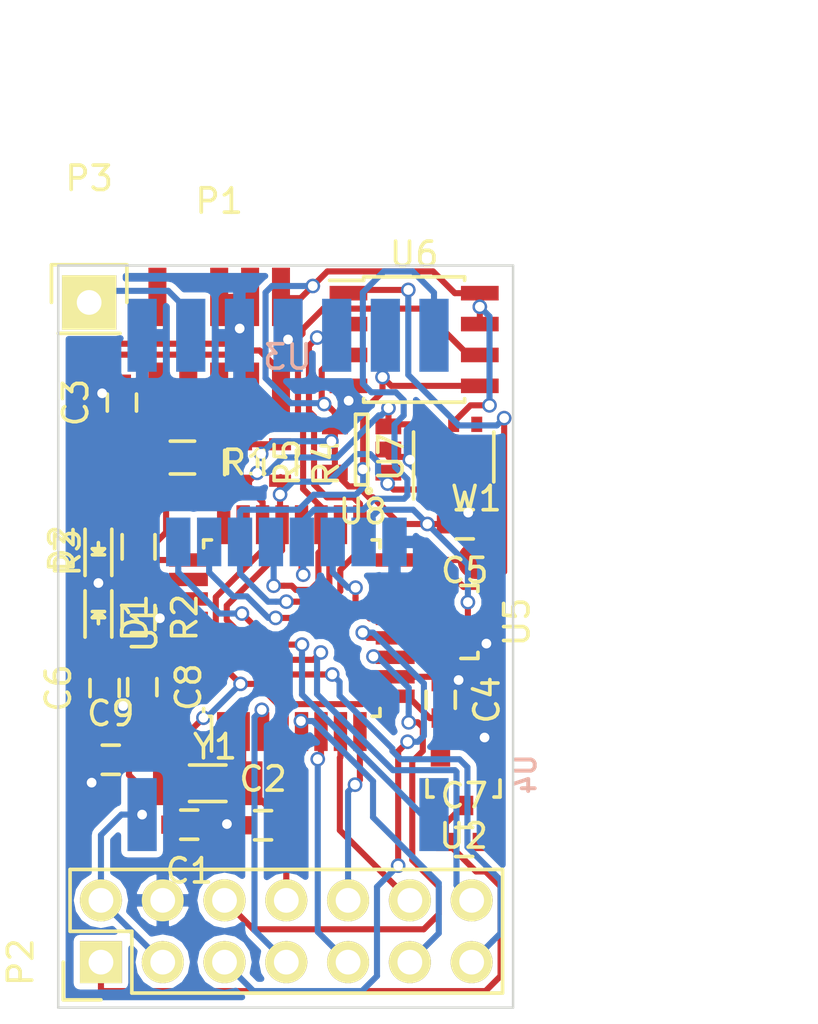
<source format=kicad_pcb>
(kicad_pcb (version 4) (host pcbnew 4.0.1-3.201512221401+6198~38~ubuntu15.10.1-stable)

  (general
    (links 93)
    (no_connects 0)
    (area 86.32974 71.540617 120.609883 113.496301)
    (thickness 1.6)
    (drawings 6)
    (tracks 532)
    (zones 0)
    (modules 29)
    (nets 48)
  )

  (page A4)
  (title_block
    (title "Sensebender Micro 2")
    (date 2016-02-11)
    (company Mysensors.org)
    (comment 1 "Created by Thomas Bowman Mørch")
  )

  (layers
    (0 F.Cu signal)
    (31 B.Cu signal)
    (32 B.Adhes user)
    (33 F.Adhes user)
    (34 B.Paste user)
    (35 F.Paste user)
    (36 B.SilkS user)
    (37 F.SilkS user)
    (38 B.Mask user)
    (39 F.Mask user)
    (40 Dwgs.User user)
    (41 Cmts.User user)
    (42 Eco1.User user)
    (43 Eco2.User user)
    (44 Edge.Cuts user)
    (45 Margin user)
    (46 B.CrtYd user)
    (47 F.CrtYd user)
    (48 B.Fab user)
    (49 F.Fab user hide)
  )

  (setup
    (last_trace_width 0.25)
    (trace_clearance 0.2)
    (zone_clearance 0.254)
    (zone_45_only no)
    (trace_min 0.2)
    (segment_width 0.2)
    (edge_width 0.1)
    (via_size 0.6)
    (via_drill 0.4)
    (via_min_size 0.4)
    (via_min_drill 0.3)
    (uvia_size 0.3)
    (uvia_drill 0.1)
    (uvias_allowed no)
    (uvia_min_size 0.2)
    (uvia_min_drill 0.1)
    (pcb_text_width 0.3)
    (pcb_text_size 1.5 1.5)
    (mod_edge_width 0.15)
    (mod_text_size 1 1)
    (mod_text_width 0.15)
    (pad_size 3 1.2)
    (pad_drill 0)
    (pad_to_mask_clearance 0)
    (aux_axis_origin 89.0016 112.5982)
    (grid_origin 89.0016 112.5982)
    (visible_elements FFFFFF7F)
    (pcbplotparams
      (layerselection 0x00030_80000001)
      (usegerberextensions false)
      (excludeedgelayer true)
      (linewidth 0.100000)
      (plotframeref false)
      (viasonmask false)
      (mode 1)
      (useauxorigin false)
      (hpglpennumber 1)
      (hpglpenspeed 20)
      (hpglpendiameter 15)
      (hpglpenoverlay 2)
      (psnegative false)
      (psa4output false)
      (plotreference true)
      (plotvalue true)
      (plotinvisibletext false)
      (padsonsilk false)
      (subtractmaskfromsilk false)
      (outputformat 1)
      (mirror false)
      (drillshape 1)
      (scaleselection 1)
      (outputdirectory ""))
  )

  (net 0 "")
  (net 1 GND)
  (net 2 "Net-(U1-Pad23)")
  (net 3 "Net-(U1-Pad24)")
  (net 4 "Net-(P1-Pad6)")
  (net 5 "Net-(P1-Pad8)")
  (net 6 "Net-(P1-Pad9)")
  (net 7 +3V3)
  (net 8 "Net-(U4-Pad1)")
  (net 9 "Net-(U4-Pad3)")
  (net 10 "Net-(U4-Pad4)")
  (net 11 "Net-(U4-Pad5)")
  (net 12 "Net-(U4-Pad6)")
  (net 13 "Net-(U4-Pad7)")
  (net 14 "Net-(U4-Pad16)")
  (net 15 /V_RAW)
  (net 16 /MOSI)
  (net 17 /MISO)
  (net 18 /SCK)
  (net 19 /CSN)
  (net 20 /NRF_CE)
  (net 21 /IRQ)
  (net 22 /D6_PWM)
  (net 23 /D5_PWM)
  (net 24 /D4_INT)
  (net 25 /D3_INT)
  (net 26 /D1_DFM)
  (net 27 /D2_DTM)
  (net 28 /A1)
  (net 29 /A2)
  (net 30 "Net-(C1-Pad2)")
  (net 31 "Net-(C2-Pad2)")
  (net 32 /RESET)
  (net 33 /SWDIO)
  (net 34 /SWCLK)
  (net 35 /D8_SDA)
  (net 36 /D7_SCL)
  (net 37 "Net-(P3-Pad1)")
  (net 38 "Net-(D1-Pad2)")
  (net 39 "Net-(D2-Pad2)")
  (net 40 /SECURITY)
  (net 41 /FLS_CS)
  (net 42 "Net-(U7-Pad3)")
  (net 43 "Net-(U7-Pad4)")
  (net 44 "Net-(C6-Pad2)")
  (net 45 /BOOTMODE)
  (net 46 "Net-(R2-Pad1)")
  (net 47 "Net-(R3-Pad1)")

  (net_class Default "This is the default net class."
    (clearance 0.2)
    (trace_width 0.25)
    (via_dia 0.6)
    (via_drill 0.4)
    (uvia_dia 0.3)
    (uvia_drill 0.1)
    (add_net +3V3)
    (add_net /A1)
    (add_net /A2)
    (add_net /BOOTMODE)
    (add_net /CSN)
    (add_net /D1_DFM)
    (add_net /D2_DTM)
    (add_net /D3_INT)
    (add_net /D4_INT)
    (add_net /D5_PWM)
    (add_net /D6_PWM)
    (add_net /D7_SCL)
    (add_net /D8_SDA)
    (add_net /FLS_CS)
    (add_net /IRQ)
    (add_net /MISO)
    (add_net /MOSI)
    (add_net /NRF_CE)
    (add_net /RESET)
    (add_net /SCK)
    (add_net /SECURITY)
    (add_net /SWCLK)
    (add_net /SWDIO)
    (add_net /V_RAW)
    (add_net GND)
    (add_net "Net-(C1-Pad2)")
    (add_net "Net-(C2-Pad2)")
    (add_net "Net-(C6-Pad2)")
    (add_net "Net-(D1-Pad2)")
    (add_net "Net-(D2-Pad2)")
    (add_net "Net-(P1-Pad6)")
    (add_net "Net-(P1-Pad8)")
    (add_net "Net-(P1-Pad9)")
    (add_net "Net-(P3-Pad1)")
    (add_net "Net-(R2-Pad1)")
    (add_net "Net-(R3-Pad1)")
    (add_net "Net-(U1-Pad23)")
    (add_net "Net-(U1-Pad24)")
    (add_net "Net-(U4-Pad1)")
    (add_net "Net-(U4-Pad16)")
    (add_net "Net-(U4-Pad3)")
    (add_net "Net-(U4-Pad4)")
    (add_net "Net-(U4-Pad5)")
    (add_net "Net-(U4-Pad6)")
    (add_net "Net-(U4-Pad7)")
    (add_net "Net-(U7-Pad3)")
    (add_net "Net-(U7-Pad4)")
  )

  (module Capacitors_SMD:C_0603 (layer F.Cu) (tedit 5415D631) (tstamp 56BA6231)
    (at 92.456 99.4276 270)
    (descr "Capacitor SMD 0603, reflow soldering, AVX (see smccp.pdf)")
    (tags "capacitor 0603")
    (path /56BA7943)
    (attr smd)
    (fp_text reference C8 (at 0 -1.9 270) (layer F.SilkS)
      (effects (font (size 1 1) (thickness 0.15)))
    )
    (fp_text value C (at 0 1.9 270) (layer F.Fab)
      (effects (font (size 1 1) (thickness 0.15)))
    )
    (fp_line (start -1.45 -0.75) (end 1.45 -0.75) (layer F.CrtYd) (width 0.05))
    (fp_line (start -1.45 0.75) (end 1.45 0.75) (layer F.CrtYd) (width 0.05))
    (fp_line (start -1.45 -0.75) (end -1.45 0.75) (layer F.CrtYd) (width 0.05))
    (fp_line (start 1.45 -0.75) (end 1.45 0.75) (layer F.CrtYd) (width 0.05))
    (fp_line (start -0.35 -0.6) (end 0.35 -0.6) (layer F.SilkS) (width 0.15))
    (fp_line (start 0.35 0.6) (end -0.35 0.6) (layer F.SilkS) (width 0.15))
    (pad 1 smd rect (at -0.75 0 270) (size 0.8 0.75) (layers F.Cu F.Paste F.Mask)
      (net 7 +3V3))
    (pad 2 smd rect (at 0.75 0 270) (size 0.8 0.75) (layers F.Cu F.Paste F.Mask)
      (net 1 GND))
    (model Capacitors_SMD.3dshapes/C_0603.wrl
      (at (xyz 0 0 0))
      (scale (xyz 1 1 1))
      (rotate (xyz 0 0 0))
    )
  )

  (module Capacitors_SMD:C_0603 (layer F.Cu) (tedit 5415D631) (tstamp 56B796DE)
    (at 91.6178 87.7316 90)
    (descr "Capacitor SMD 0603, reflow soldering, AVX (see smccp.pdf)")
    (tags "capacitor 0603")
    (path /56B79CB1)
    (attr smd)
    (fp_text reference C3 (at 0 -1.9 90) (layer F.SilkS)
      (effects (font (size 1 1) (thickness 0.15)))
    )
    (fp_text value 10nF (at 0 1.9 90) (layer F.Fab)
      (effects (font (size 1 1) (thickness 0.15)))
    )
    (fp_line (start -1.45 -0.75) (end 1.45 -0.75) (layer F.CrtYd) (width 0.05))
    (fp_line (start -1.45 0.75) (end 1.45 0.75) (layer F.CrtYd) (width 0.05))
    (fp_line (start -1.45 -0.75) (end -1.45 0.75) (layer F.CrtYd) (width 0.05))
    (fp_line (start 1.45 -0.75) (end 1.45 0.75) (layer F.CrtYd) (width 0.05))
    (fp_line (start -0.35 -0.6) (end 0.35 -0.6) (layer F.SilkS) (width 0.15))
    (fp_line (start 0.35 0.6) (end -0.35 0.6) (layer F.SilkS) (width 0.15))
    (pad 1 smd rect (at -0.75 0 90) (size 0.8 0.75) (layers F.Cu F.Paste F.Mask)
      (net 32 /RESET))
    (pad 2 smd rect (at 0.75 0 90) (size 0.8 0.75) (layers F.Cu F.Paste F.Mask)
      (net 1 GND))
    (model Capacitors_SMD.3dshapes/C_0603.wrl
      (at (xyz 0 0 0))
      (scale (xyz 1 1 1))
      (rotate (xyz 0 0 0))
    )
  )

  (module mysensors_connectors:MYSX_1.3 (layer F.Cu) (tedit 55A3C1F6) (tstamp 55C12319)
    (at 90.75674 110.7313 90)
    (descr "Through hole pin header")
    (tags "pin header MYSX 1.3")
    (path /55C122DF)
    (fp_text reference P2 (at 0 -3.302 90) (layer F.SilkS)
      (effects (font (size 1 1) (thickness 0.15)))
    )
    (fp_text value MYSX_1.2 (at 1.27 18.542 90) (layer F.Fab)
      (effects (font (size 1 1) (thickness 0.15)))
    )
    (fp_text user 1.3 (at 2.54 -3.302 90) (layer Cmts.User)
      (effects (font (size 1 1) (thickness 0.15)))
    )
    (fp_line (start -2.54 -2.54) (end -2.54 17.78) (layer F.CrtYd) (width 0.05))
    (fp_line (start 5.08 -2.54) (end 5.08 17.78) (layer F.CrtYd) (width 0.05))
    (fp_line (start -2.54 -2.54) (end 5.08 -2.54) (layer F.CrtYd) (width 0.05))
    (fp_line (start -2.54 17.78) (end 5.08 17.78) (layer F.CrtYd) (width 0.05))
    (fp_line (start -1.27 1.27) (end -1.27 16.51) (layer F.SilkS) (width 0.15))
    (fp_line (start -1.27 16.51) (end 3.81 16.51) (layer F.SilkS) (width 0.15))
    (fp_line (start 3.81 16.51) (end 3.81 -1.27) (layer F.SilkS) (width 0.15))
    (fp_line (start 3.81 -1.27) (end 1.27 -1.27) (layer F.SilkS) (width 0.15))
    (fp_line (start 0 -1.55) (end -1.55 -1.55) (layer F.SilkS) (width 0.15))
    (fp_line (start 1.27 -1.27) (end 1.27 1.27) (layer F.SilkS) (width 0.15))
    (fp_line (start 1.27 1.27) (end -1.27 1.27) (layer F.SilkS) (width 0.15))
    (fp_line (start -1.55 -1.55) (end -1.55 0) (layer F.SilkS) (width 0.15))
    (pad 14 thru_hole oval (at 2.54 15.24 90) (size 1.7272 1.7272) (drill 1.016) (layers *.Cu *.Mask F.SilkS)
      (net 35 /D8_SDA))
    (pad 13 thru_hole oval (at 0 15.24 90) (size 1.7272 1.7272) (drill 1.016) (layers *.Cu *.Mask F.SilkS)
      (net 36 /D7_SCL))
    (pad 12 thru_hole oval (at 2.54 12.7 90) (size 1.7272 1.7272) (drill 1.016) (layers *.Cu *.Mask F.SilkS)
      (net 22 /D6_PWM))
    (pad 11 thru_hole oval (at 0 12.7 90) (size 1.7272 1.7272) (drill 1.016) (layers *.Cu *.Mask F.SilkS)
      (net 23 /D5_PWM))
    (pad 10 thru_hole oval (at 2.54 10.16 90) (size 1.7272 1.7272) (drill 1.016) (layers *.Cu *.Mask F.SilkS)
      (net 24 /D4_INT))
    (pad 9 thru_hole oval (at 0 10.16 90) (size 1.7272 1.7272) (drill 1.016) (layers *.Cu *.Mask F.SilkS)
      (net 25 /D3_INT))
    (pad 1 thru_hole rect (at 0 0 90) (size 1.7272 1.7272) (drill 1.016) (layers *.Cu *.Mask F.SilkS)
      (net 15 /V_RAW))
    (pad 2 thru_hole oval (at 2.54 0 90) (size 1.7272 1.7272) (drill 1.016) (layers *.Cu *.Mask F.SilkS)
      (net 7 +3V3))
    (pad 3 thru_hole oval (at 0 2.54 90) (size 1.7272 1.7272) (drill 1.016) (layers *.Cu *.Mask F.SilkS)
      (net 7 +3V3))
    (pad 4 thru_hole oval (at 2.54 2.54 90) (size 1.7272 1.7272) (drill 1.016) (layers *.Cu *.Mask F.SilkS)
      (net 1 GND))
    (pad 5 thru_hole oval (at 0 5.08 90) (size 1.7272 1.7272) (drill 1.016) (layers *.Cu *.Mask F.SilkS)
      (net 26 /D1_DFM))
    (pad 6 thru_hole oval (at 2.54 5.08 90) (size 1.7272 1.7272) (drill 1.016) (layers *.Cu *.Mask F.SilkS)
      (net 27 /D2_DTM))
    (pad 7 thru_hole oval (at 0 7.62 90) (size 1.7272 1.7272) (drill 1.016) (layers *.Cu *.Mask F.SilkS)
      (net 28 /A1))
    (pad 8 thru_hole oval (at 2.54 7.62 90) (size 1.7272 1.7272) (drill 1.016) (layers *.Cu *.Mask F.SilkS)
      (net 29 /A2))
    (model Pin_Headers.3dshapes/Pin_Header_Straight_2x06.wrl
      (at (xyz 0.05 -0.25 0))
      (scale (xyz 1 1 1))
      (rotate (xyz 0 0 90))
    )
    (model Pin_Headers.3dshapes/Pin_Header_Straight_2x07.wrl
      (at (xyz 0.05 -0.3 0))
      (scale (xyz 1 1 1))
      (rotate (xyz 0 0 90))
    )
  )

  (module mysensors_radios:RFM69HW_SMD_Handsoldering (layer B.Cu) (tedit 56BBB4DA) (tstamp 55C1046F)
    (at 106.44886 103.26624 90)
    (descr RFM69HW)
    (tags "RFM69HW, RF69")
    (path /55C1045B)
    (fp_text reference U4 (at 0.254 1.778 90) (layer B.SilkS)
      (effects (font (size 0.8 0.8) (thickness 0.16)) (justify mirror))
    )
    (fp_text value RFM69HW (at 8.382 -7.112 90) (layer B.Fab) hide
      (effects (font (size 0.8 0.8) (thickness 0.16)) (justify mirror))
    )
    (fp_line (start -3.4 -15) (end 20.3 -15) (layer B.CrtYd) (width 0.15))
    (fp_line (start 20.3 1) (end 20.3 -15) (layer B.CrtYd) (width 0.15))
    (fp_line (start -3.4 1) (end -3.4 -15) (layer B.CrtYd) (width 0.15))
    (fp_line (start -3.4 1) (end 20.3 1) (layer B.CrtYd) (width 0.15))
    (fp_line (start 20.3 1) (end 20.3 -15) (layer F.CrtYd) (width 0.15))
    (fp_line (start -3.4 1) (end -3.4 -15) (layer F.CrtYd) (width 0.15))
    (fp_line (start -3.4 -15) (end 20.3 -15) (layer F.CrtYd) (width 0.15))
    (fp_line (start -3.4 1) (end 20.3 1) (layer F.CrtYd) (width 0.15))
    (pad 1 smd rect (at -1.4 0 90) (size 3 1.2) (layers Dwgs.User)
      (net 8 "Net-(U4-Pad1)"))
    (pad 2 smd rect (at -1.4 -2 90) (size 3 1.2) (layers B.Cu B.Paste B.Mask)
      (net 21 /IRQ))
    (pad 3 smd rect (at -1.4 -4 90) (size 3 1.2) (layers Dwgs.User)
      (net 9 "Net-(U4-Pad3)"))
    (pad 4 smd rect (at -1.4 -6 90) (size 3 1.2) (layers Dwgs.User)
      (net 10 "Net-(U4-Pad4)"))
    (pad 5 smd rect (at -1.4 -8 90) (size 3 1.2) (layers Dwgs.User)
      (net 11 "Net-(U4-Pad5)") (zone_connect 0))
    (pad 6 smd rect (at -1.4 -10 90) (size 3 1.2) (layers Dwgs.User)
      (net 12 "Net-(U4-Pad6)"))
    (pad 7 smd rect (at -1.4 -12 90) (size 3 1.2) (layers Dwgs.User)
      (net 13 "Net-(U4-Pad7)"))
    (pad 8 smd rect (at -1.4 -14 90) (size 3 1.2) (layers B.Cu B.Paste B.Mask)
      (net 7 +3V3))
    (pad 9 smd rect (at 18.3 -14 90) (size 3 1.2) (layers B.Cu B.Paste B.Mask)
      (net 1 GND))
    (pad 10 smd rect (at 18.3 -12 90) (size 3 1.2) (layers B.Cu B.Paste B.Mask)
      (net 37 "Net-(P3-Pad1)"))
    (pad 11 smd rect (at 18.3 -10 90) (size 3 1.2) (layers B.Cu B.Paste B.Mask)
      (net 1 GND))
    (pad 12 smd rect (at 18.3 -8 90) (size 3 1.2) (layers B.Cu B.Paste B.Mask)
      (net 18 /SCK))
    (pad 13 smd rect (at 18.3 -6 90) (size 3 1.2) (layers B.Cu B.Paste B.Mask)
      (net 17 /MISO))
    (pad 14 smd rect (at 18.3 -4 90) (size 3 1.2) (layers B.Cu B.Paste B.Mask)
      (net 16 /MOSI))
    (pad 15 smd rect (at 18.3 -2 90) (size 3 1.2) (layers B.Cu B.Paste B.Mask)
      (net 19 /CSN))
    (pad 16 smd rect (at 18.3 0 90) (size 3 1.2) (layers Dwgs.User)
      (net 14 "Net-(U4-Pad16)"))
    (model mysensors.3dshapes/rfm69hw.wrl
      (at (xyz 0.332 -0.275 0.03))
      (scale (xyz 0.395 0.395 0.395))
      (rotate (xyz 0 0 180))
    )
    (model Crystals_Oscillators_SMD.3dshapes/crystal_FA238-TSX3225.wrl
      (at (xyz 0.332 -0.08 0.06))
      (scale (xyz 0.24 0.24 0.24))
      (rotate (xyz 0 0 90))
    )
    (model Housings_DFN_QFN.3dshapes/QFN-28-1EP_5x5mm_Pitch0.5mm.wrl
      (at (xyz 0.204 -0.445 0.06))
      (scale (xyz 1 1 1))
      (rotate (xyz 0 0 0))
    )
  )

  (module Resistors_SMD:R_0603 (layer F.Cu) (tedit 5415CC62) (tstamp 56B7A327)
    (at 92.3036 93.6618 90)
    (descr "Resistor SMD 0603, reflow soldering, Vishay (see dcrcw.pdf)")
    (tags "resistor 0603")
    (path /56B7B574)
    (attr smd)
    (fp_text reference R3 (at -0.2413 -2.90576 90) (layer F.SilkS)
      (effects (font (size 1 1) (thickness 0.15)))
    )
    (fp_text value R (at 0 1.9 90) (layer F.Fab)
      (effects (font (size 1 1) (thickness 0.15)))
    )
    (fp_line (start -1.3 -0.8) (end 1.3 -0.8) (layer F.CrtYd) (width 0.05))
    (fp_line (start -1.3 0.8) (end 1.3 0.8) (layer F.CrtYd) (width 0.05))
    (fp_line (start -1.3 -0.8) (end -1.3 0.8) (layer F.CrtYd) (width 0.05))
    (fp_line (start 1.3 -0.8) (end 1.3 0.8) (layer F.CrtYd) (width 0.05))
    (fp_line (start 0.5 0.675) (end -0.5 0.675) (layer F.SilkS) (width 0.15))
    (fp_line (start -0.5 -0.675) (end 0.5 -0.675) (layer F.SilkS) (width 0.15))
    (pad 1 smd rect (at -0.75 0 90) (size 0.5 0.9) (layers F.Cu F.Paste F.Mask)
      (net 47 "Net-(R3-Pad1)"))
    (pad 2 smd rect (at 0.75 0 90) (size 0.5 0.9) (layers F.Cu F.Paste F.Mask)
      (net 39 "Net-(D2-Pad2)"))
    (model Resistors_SMD.3dshapes/R_0603.wrl
      (at (xyz 0 0 0))
      (scale (xyz 1 1 1))
      (rotate (xyz 0 0 0))
    )
  )

  (module mysensors_connectors:Cortex_M_Debug_Connector (layer F.Cu) (tedit 55A2B348) (tstamp 55C100BB)
    (at 95.6183 85.2932 180)
    (path /55BFB0F1)
    (fp_text reference P1 (at 0 5.842 180) (layer F.SilkS)
      (effects (font (size 1 1) (thickness 0.15)))
    )
    (fp_text value Debug (at 0.127 -6.604 180) (layer F.Fab)
      (effects (font (size 1 1) (thickness 0.15)))
    )
    (pad 1 smd rect (at -2.54 1.905 180) (size 0.74 2.4) (layers F.Cu F.Paste F.Mask)
      (net 7 +3V3))
    (pad 2 smd rect (at -2.54 -1.995 180) (size 0.74 2.4) (layers F.Cu F.Paste F.Mask)
      (net 33 /SWDIO))
    (pad 3 smd rect (at -1.27 1.905 180) (size 0.74 2.4) (layers F.Cu F.Paste F.Mask)
      (net 1 GND))
    (pad 4 smd rect (at -1.27 -1.995 180) (size 0.74 2.4) (layers F.Cu F.Paste F.Mask)
      (net 34 /SWCLK))
    (pad 5 smd rect (at 0 1.905 180) (size 0.74 2.4) (layers F.Cu F.Paste F.Mask)
      (net 1 GND))
    (pad 6 smd rect (at 0 -1.995 180) (size 0.74 2.4) (layers F.Cu F.Paste F.Mask)
      (net 4 "Net-(P1-Pad6)"))
    (pad 8 smd rect (at 1.27 -1.995 180) (size 0.74 2.4) (layers F.Cu F.Paste F.Mask)
      (net 5 "Net-(P1-Pad8)"))
    (pad 9 smd rect (at 2.54 1.905 180) (size 0.74 2.4) (layers F.Cu F.Paste F.Mask)
      (net 6 "Net-(P1-Pad9)"))
    (pad 10 smd rect (at 2.54 -1.995 180) (size 0.74 2.4) (layers F.Cu F.Paste F.Mask)
      (net 32 /RESET))
    (model mysensors.3dshapes/w.lain.3dshapes/conn_ftsh/FTSH-105-01-L-DV.wrl
      (at (xyz 0 0 0))
      (scale (xyz 1 1 1))
      (rotate (xyz 0 0 0))
    )
  )

  (module LEDs:LED-0603 (layer F.Cu) (tedit 55BDE255) (tstamp 56B7A31B)
    (at 90.6526 93.7387 90)
    (descr "LED 0603 smd package")
    (tags "LED led 0603 SMD smd SMT smt smdled SMDLED smtled SMTLED")
    (path /56B7B2DC)
    (attr smd)
    (fp_text reference D2 (at 0 -1.5 90) (layer F.SilkS)
      (effects (font (size 1 1) (thickness 0.15)))
    )
    (fp_text value LED (at 0 1.5 90) (layer F.Fab)
      (effects (font (size 1 1) (thickness 0.15)))
    )
    (fp_line (start -1.1 0.55) (end 0.8 0.55) (layer F.SilkS) (width 0.15))
    (fp_line (start -1.1 -0.55) (end 0.8 -0.55) (layer F.SilkS) (width 0.15))
    (fp_line (start -0.2 0) (end 0.25 0) (layer F.SilkS) (width 0.15))
    (fp_line (start -0.25 -0.25) (end -0.25 0.25) (layer F.SilkS) (width 0.15))
    (fp_line (start -0.25 0) (end 0 -0.25) (layer F.SilkS) (width 0.15))
    (fp_line (start 0 -0.25) (end 0 0.25) (layer F.SilkS) (width 0.15))
    (fp_line (start 0 0.25) (end -0.25 0) (layer F.SilkS) (width 0.15))
    (fp_line (start 1.4 -0.75) (end 1.4 0.75) (layer F.CrtYd) (width 0.05))
    (fp_line (start 1.4 0.75) (end -1.4 0.75) (layer F.CrtYd) (width 0.05))
    (fp_line (start -1.4 0.75) (end -1.4 -0.75) (layer F.CrtYd) (width 0.05))
    (fp_line (start -1.4 -0.75) (end 1.4 -0.75) (layer F.CrtYd) (width 0.05))
    (pad 2 smd rect (at 0.7493 0 270) (size 0.79756 0.79756) (layers F.Cu F.Paste F.Mask)
      (net 39 "Net-(D2-Pad2)"))
    (pad 1 smd rect (at -0.7493 0 270) (size 0.79756 0.79756) (layers F.Cu F.Paste F.Mask)
      (net 1 GND))
  )

  (module mysensors_radios:NRF24L01-SMD (layer B.Cu) (tedit 56BA1717) (tstamp 56B776A1)
    (at 98.425 84.7598 180)
    (path /55C100D1)
    (fp_text reference U3 (at 0 -1.1 180) (layer B.SilkS)
      (effects (font (size 1 1) (thickness 0.15)) (justify mirror))
    )
    (fp_text value NRF24L01 (at 0 4.8 180) (layer B.Fab)
      (effects (font (size 1 1) (thickness 0.15)) (justify mirror))
    )
    (fp_line (start -6 2.8) (end 6 2.8) (layer B.CrtYd) (width 0.15))
    (fp_line (start -6 -8.7) (end -6 9.3) (layer B.CrtYd) (width 0.15))
    (fp_line (start 6 -8.7) (end -6 -8.7) (layer B.CrtYd) (width 0.15))
    (fp_line (start 6 9.3) (end 6 -8.7) (layer B.CrtYd) (width 0.15))
    (fp_line (start -6 9.3) (end 6 9.3) (layer B.CrtYd) (width 0.15))
    (pad 1 smd rect (at -4.4 -8.7 180) (size 1 2) (layers B.Cu B.Paste B.Mask)
      (net 1 GND))
    (pad 2 smd rect (at -3.13 -8.7 180) (size 1 2) (layers B.Cu B.Paste B.Mask)
      (net 7 +3V3))
    (pad 3 smd rect (at -1.86 -8.7 180) (size 1 2) (layers B.Cu B.Paste B.Mask)
      (net 20 /NRF_CE))
    (pad 4 smd rect (at -0.59 -8.7 180) (size 1 2) (layers B.Cu B.Paste B.Mask)
      (net 19 /CSN))
    (pad 5 smd rect (at 0.68 -8.7 180) (size 1 2) (layers B.Cu B.Paste B.Mask)
      (net 18 /SCK))
    (pad 6 smd rect (at 1.95 -8.7 180) (size 1 2) (layers B.Cu B.Paste B.Mask)
      (net 16 /MOSI))
    (pad 7 smd rect (at 3.22 -8.7 180) (size 1 2) (layers B.Cu B.Paste B.Mask)
      (net 17 /MISO))
    (pad 8 smd rect (at 4.49 -8.7 180) (size 1 2) (layers B.Cu B.Paste B.Mask)
      (net 21 /IRQ))
  )

  (module Resistors_SMD:R_0603 (layer F.Cu) (tedit 5415CC62) (tstamp 56B796E4)
    (at 94.107 89.9922 180)
    (descr "Resistor SMD 0603, reflow soldering, Vishay (see dcrcw.pdf)")
    (tags "resistor 0603")
    (path /56B79C54)
    (attr smd)
    (fp_text reference R1 (at -2.5908 -0.2032 180) (layer F.SilkS)
      (effects (font (size 1 1) (thickness 0.15)))
    )
    (fp_text value 100K (at 0 1.9 180) (layer F.Fab)
      (effects (font (size 1 1) (thickness 0.15)))
    )
    (fp_line (start -1.3 -0.8) (end 1.3 -0.8) (layer F.CrtYd) (width 0.05))
    (fp_line (start -1.3 0.8) (end 1.3 0.8) (layer F.CrtYd) (width 0.05))
    (fp_line (start -1.3 -0.8) (end -1.3 0.8) (layer F.CrtYd) (width 0.05))
    (fp_line (start 1.3 -0.8) (end 1.3 0.8) (layer F.CrtYd) (width 0.05))
    (fp_line (start 0.5 0.675) (end -0.5 0.675) (layer F.SilkS) (width 0.15))
    (fp_line (start -0.5 -0.675) (end 0.5 -0.675) (layer F.SilkS) (width 0.15))
    (pad 1 smd rect (at -0.75 0 180) (size 0.5 0.9) (layers F.Cu F.Paste F.Mask)
      (net 7 +3V3))
    (pad 2 smd rect (at 0.75 0 180) (size 0.5 0.9) (layers F.Cu F.Paste F.Mask)
      (net 32 /RESET))
    (model Resistors_SMD.3dshapes/R_0603.wrl
      (at (xyz 0 0 0))
      (scale (xyz 1 1 1))
      (rotate (xyz 0 0 0))
    )
  )

  (module TO_SOT_Packages_SMD:SOT-23 (layer F.Cu) (tedit 553634F8) (tstamp 56B7A821)
    (at 105.60558 96.7486 270)
    (descr "SOT-23, Standard")
    (tags SOT-23)
    (path /56B7BA20)
    (attr smd)
    (fp_text reference U5 (at 0 -2.25 270) (layer F.SilkS)
      (effects (font (size 1 1) (thickness 0.15)))
    )
    (fp_text value ATSHA204A (at 0 2.3 270) (layer F.Fab)
      (effects (font (size 1 1) (thickness 0.15)))
    )
    (fp_line (start -1.65 -1.6) (end 1.65 -1.6) (layer F.CrtYd) (width 0.05))
    (fp_line (start 1.65 -1.6) (end 1.65 1.6) (layer F.CrtYd) (width 0.05))
    (fp_line (start 1.65 1.6) (end -1.65 1.6) (layer F.CrtYd) (width 0.05))
    (fp_line (start -1.65 1.6) (end -1.65 -1.6) (layer F.CrtYd) (width 0.05))
    (fp_line (start 1.29916 -0.65024) (end 1.2509 -0.65024) (layer F.SilkS) (width 0.15))
    (fp_line (start -1.49982 0.0508) (end -1.49982 -0.65024) (layer F.SilkS) (width 0.15))
    (fp_line (start -1.49982 -0.65024) (end -1.2509 -0.65024) (layer F.SilkS) (width 0.15))
    (fp_line (start 1.29916 -0.65024) (end 1.49982 -0.65024) (layer F.SilkS) (width 0.15))
    (fp_line (start 1.49982 -0.65024) (end 1.49982 0.0508) (layer F.SilkS) (width 0.15))
    (pad 1 smd rect (at -0.95 1.00076 270) (size 0.8001 0.8001) (layers F.Cu F.Paste F.Mask)
      (net 40 /SECURITY))
    (pad 2 smd rect (at 0.95 1.00076 270) (size 0.8001 0.8001) (layers F.Cu F.Paste F.Mask)
      (net 7 +3V3))
    (pad 3 smd rect (at 0 -0.99822 270) (size 0.8001 0.8001) (layers F.Cu F.Paste F.Mask)
      (net 1 GND))
    (model TO_SOT_Packages_SMD.3dshapes/SOT-23.wrl
      (at (xyz 0 0 0))
      (scale (xyz 1 1 1))
      (rotate (xyz 0 0 0))
    )
  )

  (module Housings_DFN_QFN:DFN-6-1EP_3x3mm_Pitch0.95mm (layer F.Cu) (tedit 54130A77) (tstamp 56B7AC81)
    (at 105.2576 89.9668 90)
    (descr "DFN6 3*3 MM, 0.95 PITCH; CASE 506AH-01 (see ON Semiconductor 506AH.PDF)")
    (tags "DFN 0.95")
    (path /56B7AF7E)
    (attr smd)
    (fp_text reference U7 (at 0 -2.575 90) (layer F.SilkS)
      (effects (font (size 1 1) (thickness 0.15)))
    )
    (fp_text value Si7021 (at 0 2.575 90) (layer F.Fab)
      (effects (font (size 1 1) (thickness 0.15)))
    )
    (fp_line (start -1.9 -1.85) (end -1.9 1.85) (layer F.CrtYd) (width 0.05))
    (fp_line (start 1.9 -1.85) (end 1.9 1.85) (layer F.CrtYd) (width 0.05))
    (fp_line (start -1.9 -1.85) (end 1.9 -1.85) (layer F.CrtYd) (width 0.05))
    (fp_line (start -1.9 1.85) (end 1.9 1.85) (layer F.CrtYd) (width 0.05))
    (fp_line (start -1.025 1.65) (end 1.025 1.65) (layer F.SilkS) (width 0.15))
    (fp_line (start -1.73 -1.65) (end 1.025 -1.65) (layer F.SilkS) (width 0.15))
    (pad 1 smd rect (at -1.34 -0.95 90) (size 0.63 0.45) (layers F.Cu F.Paste F.Mask)
      (net 35 /D8_SDA))
    (pad 2 smd rect (at -1.34 0 90) (size 0.63 0.45) (layers F.Cu F.Paste F.Mask)
      (net 1 GND))
    (pad 3 smd rect (at -1.34 0.95 90) (size 0.63 0.45) (layers F.Cu F.Paste F.Mask)
      (net 42 "Net-(U7-Pad3)"))
    (pad 4 smd rect (at 1.34 0.95 90) (size 0.63 0.45) (layers F.Cu F.Paste F.Mask)
      (net 43 "Net-(U7-Pad4)"))
    (pad 5 smd rect (at 1.34 0 90) (size 0.63 0.45) (layers F.Cu F.Paste F.Mask)
      (net 7 +3V3))
    (pad 6 smd rect (at 1.34 -0.95 90) (size 0.63 0.45) (layers F.Cu F.Paste F.Mask)
      (net 36 /D7_SCL))
    (pad 7 smd rect (at 0.425 0.65 90) (size 0.85 1.3) (layers F.Cu F.Paste F.Mask)
      (solder_paste_margin_ratio -0.2))
    (pad 7 smd rect (at 0.425 -0.65 90) (size 0.85 1.3) (layers F.Cu F.Paste F.Mask)
      (solder_paste_margin_ratio -0.2))
    (pad 7 smd rect (at -0.425 0.65 90) (size 0.85 1.3) (layers F.Cu F.Paste F.Mask)
      (solder_paste_margin_ratio -0.2))
    (pad 7 smd rect (at -0.425 -0.65 90) (size 0.85 1.3) (layers F.Cu F.Paste F.Mask)
      (solder_paste_margin_ratio -0.2))
    (model Housings_DFN_QFN.3dshapes/DFN-6-1EP_3x3mm_Pitch0.95mm.wrl
      (at (xyz 0 0 0))
      (scale (xyz 1 1 1))
      (rotate (xyz 0 0 0))
    )
  )

  (module Resistors_SMD:R_0603 (layer F.Cu) (tedit 5415CC62) (tstamp 56B7AC73)
    (at 96.52 90.1954 270)
    (descr "Resistor SMD 0603, reflow soldering, Vishay (see dcrcw.pdf)")
    (tags "resistor 0603")
    (path /56B7B40F)
    (attr smd)
    (fp_text reference R5 (at 0 -1.9 270) (layer F.SilkS)
      (effects (font (size 1 1) (thickness 0.15)))
    )
    (fp_text value 4k7 (at 0 1.9 270) (layer F.Fab)
      (effects (font (size 1 1) (thickness 0.15)))
    )
    (fp_line (start -1.3 -0.8) (end 1.3 -0.8) (layer F.CrtYd) (width 0.05))
    (fp_line (start -1.3 0.8) (end 1.3 0.8) (layer F.CrtYd) (width 0.05))
    (fp_line (start -1.3 -0.8) (end -1.3 0.8) (layer F.CrtYd) (width 0.05))
    (fp_line (start 1.3 -0.8) (end 1.3 0.8) (layer F.CrtYd) (width 0.05))
    (fp_line (start 0.5 0.675) (end -0.5 0.675) (layer F.SilkS) (width 0.15))
    (fp_line (start -0.5 -0.675) (end 0.5 -0.675) (layer F.SilkS) (width 0.15))
    (pad 1 smd rect (at -0.75 0 270) (size 0.5 0.9) (layers F.Cu F.Paste F.Mask)
      (net 7 +3V3))
    (pad 2 smd rect (at 0.75 0 270) (size 0.5 0.9) (layers F.Cu F.Paste F.Mask)
      (net 36 /D7_SCL))
    (model Resistors_SMD.3dshapes/R_0603.wrl
      (at (xyz 0 0 0))
      (scale (xyz 1 1 1))
      (rotate (xyz 0 0 0))
    )
  )

  (module Resistors_SMD:R_0603 (layer F.Cu) (tedit 5415CC62) (tstamp 56B7AC6D)
    (at 98.1202 90.1954 270)
    (descr "Resistor SMD 0603, reflow soldering, Vishay (see dcrcw.pdf)")
    (tags "resistor 0603")
    (path /56B7B376)
    (attr smd)
    (fp_text reference R4 (at 0 -1.9 270) (layer F.SilkS)
      (effects (font (size 1 1) (thickness 0.15)))
    )
    (fp_text value 4k7 (at 0 1.9 270) (layer F.Fab)
      (effects (font (size 1 1) (thickness 0.15)))
    )
    (fp_line (start -1.3 -0.8) (end 1.3 -0.8) (layer F.CrtYd) (width 0.05))
    (fp_line (start -1.3 0.8) (end 1.3 0.8) (layer F.CrtYd) (width 0.05))
    (fp_line (start -1.3 -0.8) (end -1.3 0.8) (layer F.CrtYd) (width 0.05))
    (fp_line (start 1.3 -0.8) (end 1.3 0.8) (layer F.CrtYd) (width 0.05))
    (fp_line (start 0.5 0.675) (end -0.5 0.675) (layer F.SilkS) (width 0.15))
    (fp_line (start -0.5 -0.675) (end 0.5 -0.675) (layer F.SilkS) (width 0.15))
    (pad 1 smd rect (at -0.75 0 270) (size 0.5 0.9) (layers F.Cu F.Paste F.Mask)
      (net 7 +3V3))
    (pad 2 smd rect (at 0.75 0 270) (size 0.5 0.9) (layers F.Cu F.Paste F.Mask)
      (net 35 /D8_SDA))
    (model Resistors_SMD.3dshapes/R_0603.wrl
      (at (xyz 0 0 0))
      (scale (xyz 1 1 1))
      (rotate (xyz 0 0 0))
    )
  )

  (module Housings_SOIC:SOIC-8_3.9x4.9mm_Pitch1.27mm (layer F.Cu) (tedit 54130A77) (tstamp 56B7A6D2)
    (at 103.632 85.1408)
    (descr "8-Lead Plastic Small Outline (SN) - Narrow, 3.90 mm Body [SOIC] (see Microchip Packaging Specification 00000049BS.pdf)")
    (tags "SOIC 1.27")
    (path /56B7C268)
    (attr smd)
    (fp_text reference U6 (at 0 -3.5) (layer F.SilkS)
      (effects (font (size 1 1) (thickness 0.15)))
    )
    (fp_text value AT25DF512C (at 0 3.5) (layer F.Fab)
      (effects (font (size 1 1) (thickness 0.15)))
    )
    (fp_line (start -3.75 -2.75) (end -3.75 2.75) (layer F.CrtYd) (width 0.05))
    (fp_line (start 3.75 -2.75) (end 3.75 2.75) (layer F.CrtYd) (width 0.05))
    (fp_line (start -3.75 -2.75) (end 3.75 -2.75) (layer F.CrtYd) (width 0.05))
    (fp_line (start -3.75 2.75) (end 3.75 2.75) (layer F.CrtYd) (width 0.05))
    (fp_line (start -2.075 -2.575) (end -2.075 -2.43) (layer F.SilkS) (width 0.15))
    (fp_line (start 2.075 -2.575) (end 2.075 -2.43) (layer F.SilkS) (width 0.15))
    (fp_line (start 2.075 2.575) (end 2.075 2.43) (layer F.SilkS) (width 0.15))
    (fp_line (start -2.075 2.575) (end -2.075 2.43) (layer F.SilkS) (width 0.15))
    (fp_line (start -2.075 -2.575) (end 2.075 -2.575) (layer F.SilkS) (width 0.15))
    (fp_line (start -2.075 2.575) (end 2.075 2.575) (layer F.SilkS) (width 0.15))
    (fp_line (start -2.075 -2.43) (end -3.475 -2.43) (layer F.SilkS) (width 0.15))
    (pad 1 smd rect (at -2.7 -1.905) (size 1.55 0.6) (layers F.Cu F.Paste F.Mask)
      (net 41 /FLS_CS))
    (pad 2 smd rect (at -2.7 -0.635) (size 1.55 0.6) (layers F.Cu F.Paste F.Mask)
      (net 17 /MISO))
    (pad 3 smd rect (at -2.7 0.635) (size 1.55 0.6) (layers F.Cu F.Paste F.Mask)
      (net 7 +3V3))
    (pad 4 smd rect (at -2.7 1.905) (size 1.55 0.6) (layers F.Cu F.Paste F.Mask)
      (net 1 GND))
    (pad 5 smd rect (at 2.7 1.905) (size 1.55 0.6) (layers F.Cu F.Paste F.Mask)
      (net 16 /MOSI))
    (pad 6 smd rect (at 2.7 0.635) (size 1.55 0.6) (layers F.Cu F.Paste F.Mask)
      (net 18 /SCK))
    (pad 7 smd rect (at 2.7 -0.635) (size 1.55 0.6) (layers F.Cu F.Paste F.Mask)
      (net 7 +3V3))
    (pad 8 smd rect (at 2.7 -1.905) (size 1.55 0.6) (layers F.Cu F.Paste F.Mask)
      (net 7 +3V3))
    (model Housings_SOIC.3dshapes/SOIC-8_3.9x4.9mm_Pitch1.27mm.wrl
      (at (xyz 0 0 0))
      (scale (xyz 1 1 1))
      (rotate (xyz 0 0 0))
    )
  )

  (module Resistors_SMD:R_0603 (layer F.Cu) (tedit 5415CC62) (tstamp 56B7A321)
    (at 92.3036 96.5708 270)
    (descr "Resistor SMD 0603, reflow soldering, Vishay (see dcrcw.pdf)")
    (tags "resistor 0603")
    (path /56B7B52F)
    (attr smd)
    (fp_text reference R2 (at 0 -1.9 270) (layer F.SilkS)
      (effects (font (size 1 1) (thickness 0.15)))
    )
    (fp_text value R (at 0 1.9 270) (layer F.Fab)
      (effects (font (size 1 1) (thickness 0.15)))
    )
    (fp_line (start -1.3 -0.8) (end 1.3 -0.8) (layer F.CrtYd) (width 0.05))
    (fp_line (start -1.3 0.8) (end 1.3 0.8) (layer F.CrtYd) (width 0.05))
    (fp_line (start -1.3 -0.8) (end -1.3 0.8) (layer F.CrtYd) (width 0.05))
    (fp_line (start 1.3 -0.8) (end 1.3 0.8) (layer F.CrtYd) (width 0.05))
    (fp_line (start 0.5 0.675) (end -0.5 0.675) (layer F.SilkS) (width 0.15))
    (fp_line (start -0.5 -0.675) (end 0.5 -0.675) (layer F.SilkS) (width 0.15))
    (pad 1 smd rect (at -0.75 0 270) (size 0.5 0.9) (layers F.Cu F.Paste F.Mask)
      (net 46 "Net-(R2-Pad1)"))
    (pad 2 smd rect (at 0.75 0 270) (size 0.5 0.9) (layers F.Cu F.Paste F.Mask)
      (net 38 "Net-(D1-Pad2)"))
    (model Resistors_SMD.3dshapes/R_0603.wrl
      (at (xyz 0 0 0))
      (scale (xyz 1 1 1))
      (rotate (xyz 0 0 0))
    )
  )

  (module LEDs:LED-0603 (layer F.Cu) (tedit 55BDE255) (tstamp 56B7A315)
    (at 90.6526 96.5708 270)
    (descr "LED 0603 smd package")
    (tags "LED led 0603 SMD smd SMT smt smdled SMDLED smtled SMTLED")
    (path /56B7B443)
    (attr smd)
    (fp_text reference D1 (at 0 -1.5 270) (layer F.SilkS)
      (effects (font (size 1 1) (thickness 0.15)))
    )
    (fp_text value LED (at 0 1.5 270) (layer F.Fab)
      (effects (font (size 1 1) (thickness 0.15)))
    )
    (fp_line (start -1.1 0.55) (end 0.8 0.55) (layer F.SilkS) (width 0.15))
    (fp_line (start -1.1 -0.55) (end 0.8 -0.55) (layer F.SilkS) (width 0.15))
    (fp_line (start -0.2 0) (end 0.25 0) (layer F.SilkS) (width 0.15))
    (fp_line (start -0.25 -0.25) (end -0.25 0.25) (layer F.SilkS) (width 0.15))
    (fp_line (start -0.25 0) (end 0 -0.25) (layer F.SilkS) (width 0.15))
    (fp_line (start 0 -0.25) (end 0 0.25) (layer F.SilkS) (width 0.15))
    (fp_line (start 0 0.25) (end -0.25 0) (layer F.SilkS) (width 0.15))
    (fp_line (start 1.4 -0.75) (end 1.4 0.75) (layer F.CrtYd) (width 0.05))
    (fp_line (start 1.4 0.75) (end -1.4 0.75) (layer F.CrtYd) (width 0.05))
    (fp_line (start -1.4 0.75) (end -1.4 -0.75) (layer F.CrtYd) (width 0.05))
    (fp_line (start -1.4 -0.75) (end 1.4 -0.75) (layer F.CrtYd) (width 0.05))
    (pad 2 smd rect (at 0.7493 0 90) (size 0.79756 0.79756) (layers F.Cu F.Paste F.Mask)
      (net 38 "Net-(D1-Pad2)"))
    (pad 1 smd rect (at -0.7493 0 90) (size 0.79756 0.79756) (layers F.Cu F.Paste F.Mask)
      (net 1 GND))
  )

  (module Pin_Headers:Pin_Header_Straight_1x01 (layer F.Cu) (tedit 54EA08DC) (tstamp 56B79FB7)
    (at 90.2716 83.6168)
    (descr "Through hole pin header")
    (tags "pin header")
    (path /56B7B00E)
    (fp_text reference P3 (at 0 -5.1) (layer F.SilkS)
      (effects (font (size 1 1) (thickness 0.15)))
    )
    (fp_text value Antenna (at 0 -3.1) (layer F.Fab)
      (effects (font (size 1 1) (thickness 0.15)))
    )
    (fp_line (start 1.55 -1.55) (end 1.55 0) (layer F.SilkS) (width 0.15))
    (fp_line (start -1.75 -1.75) (end -1.75 1.75) (layer F.CrtYd) (width 0.05))
    (fp_line (start 1.75 -1.75) (end 1.75 1.75) (layer F.CrtYd) (width 0.05))
    (fp_line (start -1.75 -1.75) (end 1.75 -1.75) (layer F.CrtYd) (width 0.05))
    (fp_line (start -1.75 1.75) (end 1.75 1.75) (layer F.CrtYd) (width 0.05))
    (fp_line (start -1.55 0) (end -1.55 -1.55) (layer F.SilkS) (width 0.15))
    (fp_line (start -1.55 -1.55) (end 1.55 -1.55) (layer F.SilkS) (width 0.15))
    (fp_line (start -1.27 1.27) (end 1.27 1.27) (layer F.SilkS) (width 0.15))
    (pad 1 thru_hole rect (at 0 0) (size 2.2352 2.2352) (drill 1.016) (layers *.Cu *.Mask F.SilkS)
      (net 37 "Net-(P3-Pad1)"))
    (model Pin_Headers.3dshapes/Pin_Header_Straight_1x01.wrl
      (at (xyz 0 0 0))
      (scale (xyz 1 1 1))
      (rotate (xyz 0 0 90))
    )
  )

  (module mysensors_obscurities:XTAL_3.2x1.5mm (layer F.Cu) (tedit 55B4F766) (tstamp 56B79C77)
    (at 95.147 103.378)
    (descr "XTAL 3.2 x 1.5mm footprint")
    (tags Xtal)
    (path /56B787C8)
    (fp_text reference Y1 (at 0.3 -1.5) (layer F.SilkS)
      (effects (font (size 1 1) (thickness 0.15)))
    )
    (fp_text value 32Khz (at 0 1.8) (layer F.Fab)
      (effects (font (size 1 1) (thickness 0.15)))
    )
    (fp_line (start 1.6 0.75) (end 1.6 -0.75) (layer F.CrtYd) (width 0.05))
    (fp_line (start -1.6 -0.75) (end -1.6 0.75) (layer F.CrtYd) (width 0.05))
    (fp_line (start -1.6 0.75) (end 1.6 0.75) (layer F.CrtYd) (width 0.05))
    (fp_line (start -1.6 -0.75) (end 1.6 -0.75) (layer F.CrtYd) (width 0.05))
    (fp_line (start -0.75 -0.75) (end 0.75 -0.75) (layer F.SilkS) (width 0.15))
    (fp_line (start -0.75 0.75) (end 0.75 0.75) (layer F.SilkS) (width 0.15))
    (pad 1 smd rect (at -1.5 0) (size 1.5 1.8) (layers F.Cu F.Paste F.Mask)
      (net 30 "Net-(C1-Pad2)"))
    (pad 2 smd rect (at 1.5 0) (size 1.5 1.8) (layers F.Cu F.Paste F.Mask)
      (net 31 "Net-(C2-Pad2)"))
    (model mysensors.3dshapes/w.lain.3dshapes/crystal/crystal_smd_5x3.2mm.wrl
      (at (xyz 0 0 0))
      (scale (xyz 0.64 0.5 1))
      (rotate (xyz 0 0 0))
    )
  )

  (module Capacitors_SMD:C_0603 (layer F.Cu) (tedit 5415D631) (tstamp 56B79732)
    (at 94.3864 105.0798 180)
    (descr "Capacitor SMD 0603, reflow soldering, AVX (see smccp.pdf)")
    (tags "capacitor 0603")
    (path /56B78760)
    (attr smd)
    (fp_text reference C1 (at 0 -1.9 180) (layer F.SilkS)
      (effects (font (size 1 1) (thickness 0.15)))
    )
    (fp_text value C (at 0 1.9 180) (layer F.Fab)
      (effects (font (size 1 1) (thickness 0.15)))
    )
    (fp_line (start -1.45 -0.75) (end 1.45 -0.75) (layer F.CrtYd) (width 0.05))
    (fp_line (start -1.45 0.75) (end 1.45 0.75) (layer F.CrtYd) (width 0.05))
    (fp_line (start -1.45 -0.75) (end -1.45 0.75) (layer F.CrtYd) (width 0.05))
    (fp_line (start 1.45 -0.75) (end 1.45 0.75) (layer F.CrtYd) (width 0.05))
    (fp_line (start -0.35 -0.6) (end 0.35 -0.6) (layer F.SilkS) (width 0.15))
    (fp_line (start 0.35 0.6) (end -0.35 0.6) (layer F.SilkS) (width 0.15))
    (pad 1 smd rect (at -0.75 0 180) (size 0.8 0.75) (layers F.Cu F.Paste F.Mask)
      (net 1 GND))
    (pad 2 smd rect (at 0.75 0 180) (size 0.8 0.75) (layers F.Cu F.Paste F.Mask)
      (net 30 "Net-(C1-Pad2)"))
    (model Capacitors_SMD.3dshapes/C_0603.wrl
      (at (xyz 0 0 0))
      (scale (xyz 1 1 1))
      (rotate (xyz 0 0 0))
    )
  )

  (module Capacitors_SMD:C_0603 (layer F.Cu) (tedit 5415D631) (tstamp 56B79721)
    (at 97.4217 105.1052)
    (descr "Capacitor SMD 0603, reflow soldering, AVX (see smccp.pdf)")
    (tags "capacitor 0603")
    (path /56B7879B)
    (attr smd)
    (fp_text reference C2 (at 0 -1.9) (layer F.SilkS)
      (effects (font (size 1 1) (thickness 0.15)))
    )
    (fp_text value C (at 0 1.9) (layer F.Fab)
      (effects (font (size 1 1) (thickness 0.15)))
    )
    (fp_line (start -1.45 -0.75) (end 1.45 -0.75) (layer F.CrtYd) (width 0.05))
    (fp_line (start -1.45 0.75) (end 1.45 0.75) (layer F.CrtYd) (width 0.05))
    (fp_line (start -1.45 -0.75) (end -1.45 0.75) (layer F.CrtYd) (width 0.05))
    (fp_line (start 1.45 -0.75) (end 1.45 0.75) (layer F.CrtYd) (width 0.05))
    (fp_line (start -0.35 -0.6) (end 0.35 -0.6) (layer F.SilkS) (width 0.15))
    (fp_line (start 0.35 0.6) (end -0.35 0.6) (layer F.SilkS) (width 0.15))
    (pad 1 smd rect (at -0.75 0) (size 0.8 0.75) (layers F.Cu F.Paste F.Mask)
      (net 1 GND))
    (pad 2 smd rect (at 0.75 0) (size 0.8 0.75) (layers F.Cu F.Paste F.Mask)
      (net 31 "Net-(C2-Pad2)"))
    (model Capacitors_SMD.3dshapes/C_0603.wrl
      (at (xyz 0 0 0))
      (scale (xyz 1 1 1))
      (rotate (xyz 0 0 0))
    )
  )

  (module Housings_QFP:TQFP-32_7x7mm_Pitch0.8mm (layer F.Cu) (tedit 54130A77) (tstamp 55C100EC)
    (at 98.6028 97.0026 90)
    (descr "32-Lead Plastic Thin Quad Flatpack (PT) - 7x7x1.0 mm Body, 2.00 mm [TQFP] (see Microchip Packaging Specification 00000049BS.pdf)")
    (tags "QFP 0.8")
    (path /56B7791C)
    (attr smd)
    (fp_text reference U1 (at 0 -6.05 90) (layer F.SilkS)
      (effects (font (size 1 1) (thickness 0.15)))
    )
    (fp_text value ATSAMD21E (at 0 6.05 90) (layer F.Fab)
      (effects (font (size 1 1) (thickness 0.15)))
    )
    (fp_line (start -5.3 -5.3) (end -5.3 5.3) (layer F.CrtYd) (width 0.05))
    (fp_line (start 5.3 -5.3) (end 5.3 5.3) (layer F.CrtYd) (width 0.05))
    (fp_line (start -5.3 -5.3) (end 5.3 -5.3) (layer F.CrtYd) (width 0.05))
    (fp_line (start -5.3 5.3) (end 5.3 5.3) (layer F.CrtYd) (width 0.05))
    (fp_line (start -3.625 -3.625) (end -3.625 -3.3) (layer F.SilkS) (width 0.15))
    (fp_line (start 3.625 -3.625) (end 3.625 -3.3) (layer F.SilkS) (width 0.15))
    (fp_line (start 3.625 3.625) (end 3.625 3.3) (layer F.SilkS) (width 0.15))
    (fp_line (start -3.625 3.625) (end -3.625 3.3) (layer F.SilkS) (width 0.15))
    (fp_line (start -3.625 -3.625) (end -3.3 -3.625) (layer F.SilkS) (width 0.15))
    (fp_line (start -3.625 3.625) (end -3.3 3.625) (layer F.SilkS) (width 0.15))
    (fp_line (start 3.625 3.625) (end 3.3 3.625) (layer F.SilkS) (width 0.15))
    (fp_line (start 3.625 -3.625) (end 3.3 -3.625) (layer F.SilkS) (width 0.15))
    (fp_line (start -3.625 -3.3) (end -5.05 -3.3) (layer F.SilkS) (width 0.15))
    (pad 1 smd rect (at -4.25 -2.8 90) (size 1.6 0.55) (layers F.Cu F.Paste F.Mask)
      (net 30 "Net-(C1-Pad2)"))
    (pad 2 smd rect (at -4.25 -2 90) (size 1.6 0.55) (layers F.Cu F.Paste F.Mask)
      (net 31 "Net-(C2-Pad2)"))
    (pad 3 smd rect (at -4.25 -1.2 90) (size 1.6 0.55) (layers F.Cu F.Paste F.Mask)
      (net 28 /A1))
    (pad 4 smd rect (at -4.25 -0.4 90) (size 1.6 0.55) (layers F.Cu F.Paste F.Mask)
      (net 29 /A2))
    (pad 5 smd rect (at -4.25 0.4 90) (size 1.6 0.55) (layers F.Cu F.Paste F.Mask)
      (net 23 /D5_PWM))
    (pad 6 smd rect (at -4.25 1.2 90) (size 1.6 0.55) (layers F.Cu F.Paste F.Mask)
      (net 25 /D3_INT))
    (pad 7 smd rect (at -4.25 2 90) (size 1.6 0.55) (layers F.Cu F.Paste F.Mask)
      (net 22 /D6_PWM))
    (pad 8 smd rect (at -4.25 2.8 90) (size 1.6 0.55) (layers F.Cu F.Paste F.Mask)
      (net 24 /D4_INT))
    (pad 9 smd rect (at -2.8 4.25 180) (size 1.6 0.55) (layers F.Cu F.Paste F.Mask)
      (net 7 +3V3))
    (pad 10 smd rect (at -2 4.25 180) (size 1.6 0.55) (layers F.Cu F.Paste F.Mask)
      (net 1 GND))
    (pad 11 smd rect (at -1.2 4.25 180) (size 1.6 0.55) (layers F.Cu F.Paste F.Mask)
      (net 27 /D2_DTM))
    (pad 12 smd rect (at -0.4 4.25 180) (size 1.6 0.55) (layers F.Cu F.Paste F.Mask)
      (net 26 /D1_DFM))
    (pad 13 smd rect (at 0.4 4.25 180) (size 1.6 0.55) (layers F.Cu F.Paste F.Mask)
      (net 20 /NRF_CE))
    (pad 14 smd rect (at 1.2 4.25 180) (size 1.6 0.55) (layers F.Cu F.Paste F.Mask)
      (net 40 /SECURITY))
    (pad 15 smd rect (at 2 4.25 180) (size 1.6 0.55) (layers F.Cu F.Paste F.Mask)
      (net 41 /FLS_CS))
    (pad 16 smd rect (at 2.8 4.25 180) (size 1.6 0.55) (layers F.Cu F.Paste F.Mask)
      (net 45 /BOOTMODE))
    (pad 17 smd rect (at 4.25 2.8 90) (size 1.6 0.55) (layers F.Cu F.Paste F.Mask)
      (net 17 /MISO))
    (pad 18 smd rect (at 4.25 2 90) (size 1.6 0.55) (layers F.Cu F.Paste F.Mask)
      (net 16 /MOSI))
    (pad 19 smd rect (at 4.25 1.2 90) (size 1.6 0.55) (layers F.Cu F.Paste F.Mask)
      (net 18 /SCK))
    (pad 20 smd rect (at 4.25 0.4 90) (size 1.6 0.55) (layers F.Cu F.Paste F.Mask)
      (net 19 /CSN))
    (pad 21 smd rect (at 4.25 -0.4 90) (size 1.6 0.55) (layers F.Cu F.Paste F.Mask)
      (net 35 /D8_SDA))
    (pad 22 smd rect (at 4.25 -1.2 90) (size 1.6 0.55) (layers F.Cu F.Paste F.Mask)
      (net 36 /D7_SCL))
    (pad 23 smd rect (at 4.25 -2 90) (size 1.6 0.55) (layers F.Cu F.Paste F.Mask)
      (net 2 "Net-(U1-Pad23)"))
    (pad 24 smd rect (at 4.25 -2.8 90) (size 1.6 0.55) (layers F.Cu F.Paste F.Mask)
      (net 3 "Net-(U1-Pad24)"))
    (pad 25 smd rect (at 2.8 -4.25 180) (size 1.6 0.55) (layers F.Cu F.Paste F.Mask)
      (net 47 "Net-(R3-Pad1)"))
    (pad 26 smd rect (at 2 -4.25 180) (size 1.6 0.55) (layers F.Cu F.Paste F.Mask)
      (net 32 /RESET))
    (pad 27 smd rect (at 1.2 -4.25 180) (size 1.6 0.55) (layers F.Cu F.Paste F.Mask)
      (net 46 "Net-(R2-Pad1)"))
    (pad 28 smd rect (at 0.4 -4.25 180) (size 1.6 0.55) (layers F.Cu F.Paste F.Mask)
      (net 1 GND))
    (pad 29 smd rect (at -0.4 -4.25 180) (size 1.6 0.55) (layers F.Cu F.Paste F.Mask)
      (net 44 "Net-(C6-Pad2)"))
    (pad 30 smd rect (at -1.2 -4.25 180) (size 1.6 0.55) (layers F.Cu F.Paste F.Mask)
      (net 7 +3V3))
    (pad 31 smd rect (at -2 -4.25 180) (size 1.6 0.55) (layers F.Cu F.Paste F.Mask)
      (net 34 /SWCLK))
    (pad 32 smd rect (at -2.8 -4.25 180) (size 1.6 0.55) (layers F.Cu F.Paste F.Mask)
      (net 33 /SWDIO))
    (model Housings_QFP.3dshapes/TQFP-32_7x7mm_Pitch0.8mm.wrl
      (at (xyz 0 0 0))
      (scale (xyz 1 1 1))
      (rotate (xyz 0 0 0))
    )
  )

  (module TO_SOT_Packages_SMD:SOT-23-5 (layer F.Cu) (tedit 55360473) (tstamp 56B7B89D)
    (at 101.473 89.662 180)
    (descr "5-pin SOT23 package")
    (tags SOT-23-5)
    (path /56B7BA9E)
    (attr smd)
    (fp_text reference U8 (at -0.05 -2.55 180) (layer F.SilkS)
      (effects (font (size 1 1) (thickness 0.15)))
    )
    (fp_text value AT24C32-STUM-T (at -0.05 2.35 180) (layer F.Fab)
      (effects (font (size 1 1) (thickness 0.15)))
    )
    (fp_line (start -1.8 -1.6) (end 1.8 -1.6) (layer F.CrtYd) (width 0.05))
    (fp_line (start 1.8 -1.6) (end 1.8 1.6) (layer F.CrtYd) (width 0.05))
    (fp_line (start 1.8 1.6) (end -1.8 1.6) (layer F.CrtYd) (width 0.05))
    (fp_line (start -1.8 1.6) (end -1.8 -1.6) (layer F.CrtYd) (width 0.05))
    (fp_circle (center -0.3 -1.7) (end -0.2 -1.7) (layer F.SilkS) (width 0.15))
    (fp_line (start 0.25 -1.45) (end -0.25 -1.45) (layer F.SilkS) (width 0.15))
    (fp_line (start 0.25 1.45) (end 0.25 -1.45) (layer F.SilkS) (width 0.15))
    (fp_line (start -0.25 1.45) (end 0.25 1.45) (layer F.SilkS) (width 0.15))
    (fp_line (start -0.25 -1.45) (end -0.25 1.45) (layer F.SilkS) (width 0.15))
    (pad 1 smd rect (at -1.1 -0.95 180) (size 1.06 0.65) (layers F.Cu F.Paste F.Mask)
      (net 35 /D8_SDA))
    (pad 2 smd rect (at -1.1 0 180) (size 1.06 0.65) (layers F.Cu F.Paste F.Mask)
      (net 1 GND))
    (pad 3 smd rect (at -1.1 0.95 180) (size 1.06 0.65) (layers F.Cu F.Paste F.Mask)
      (net 36 /D7_SCL))
    (pad 4 smd rect (at 1.1 0.95 180) (size 1.06 0.65) (layers F.Cu F.Paste F.Mask)
      (net 7 +3V3))
    (pad 5 smd rect (at 1.1 -0.95 180) (size 1.06 0.65) (layers F.Cu F.Paste F.Mask)
      (net 7 +3V3))
    (model TO_SOT_Packages_SMD.3dshapes/SOT-23-5.wrl
      (at (xyz 0 0 0))
      (scale (xyz 1 1 1))
      (rotate (xyz 0 0 0))
    )
  )

  (module Capacitors_SMD:C_0603 (layer F.Cu) (tedit 5415D631) (tstamp 56B8D2FC)
    (at 104.7242 99.949 270)
    (descr "Capacitor SMD 0603, reflow soldering, AVX (see smccp.pdf)")
    (tags "capacitor 0603")
    (path /56B8DA78)
    (attr smd)
    (fp_text reference C4 (at 0 -1.9 270) (layer F.SilkS)
      (effects (font (size 1 1) (thickness 0.15)))
    )
    (fp_text value C (at 0 1.9 270) (layer F.Fab)
      (effects (font (size 1 1) (thickness 0.15)))
    )
    (fp_line (start -1.45 -0.75) (end 1.45 -0.75) (layer F.CrtYd) (width 0.05))
    (fp_line (start -1.45 0.75) (end 1.45 0.75) (layer F.CrtYd) (width 0.05))
    (fp_line (start -1.45 -0.75) (end -1.45 0.75) (layer F.CrtYd) (width 0.05))
    (fp_line (start 1.45 -0.75) (end 1.45 0.75) (layer F.CrtYd) (width 0.05))
    (fp_line (start -0.35 -0.6) (end 0.35 -0.6) (layer F.SilkS) (width 0.15))
    (fp_line (start 0.35 0.6) (end -0.35 0.6) (layer F.SilkS) (width 0.15))
    (pad 1 smd rect (at -0.75 0 270) (size 0.8 0.75) (layers F.Cu F.Paste F.Mask)
      (net 1 GND))
    (pad 2 smd rect (at 0.75 0 270) (size 0.8 0.75) (layers F.Cu F.Paste F.Mask)
      (net 7 +3V3))
    (model Capacitors_SMD.3dshapes/C_0603.wrl
      (at (xyz 0 0 0))
      (scale (xyz 1 1 1))
      (rotate (xyz 0 0 0))
    )
  )

  (module Capacitors_SMD:C_0603 (layer F.Cu) (tedit 5415D631) (tstamp 56B8D302)
    (at 105.7148 92.7354 180)
    (descr "Capacitor SMD 0603, reflow soldering, AVX (see smccp.pdf)")
    (tags "capacitor 0603")
    (path /56B8DA17)
    (attr smd)
    (fp_text reference C5 (at 0 -1.9 180) (layer F.SilkS)
      (effects (font (size 1 1) (thickness 0.15)))
    )
    (fp_text value C (at 0 1.9 180) (layer F.Fab)
      (effects (font (size 1 1) (thickness 0.15)))
    )
    (fp_line (start -1.45 -0.75) (end 1.45 -0.75) (layer F.CrtYd) (width 0.05))
    (fp_line (start -1.45 0.75) (end 1.45 0.75) (layer F.CrtYd) (width 0.05))
    (fp_line (start -1.45 -0.75) (end -1.45 0.75) (layer F.CrtYd) (width 0.05))
    (fp_line (start 1.45 -0.75) (end 1.45 0.75) (layer F.CrtYd) (width 0.05))
    (fp_line (start -0.35 -0.6) (end 0.35 -0.6) (layer F.SilkS) (width 0.15))
    (fp_line (start 0.35 0.6) (end -0.35 0.6) (layer F.SilkS) (width 0.15))
    (pad 1 smd rect (at -0.75 0 180) (size 0.8 0.75) (layers F.Cu F.Paste F.Mask)
      (net 1 GND))
    (pad 2 smd rect (at 0.75 0 180) (size 0.8 0.75) (layers F.Cu F.Paste F.Mask)
      (net 7 +3V3))
    (model Capacitors_SMD.3dshapes/C_0603.wrl
      (at (xyz 0 0 0))
      (scale (xyz 1 1 1))
      (rotate (xyz 0 0 0))
    )
  )

  (module Capacitors_SMD:C_0603 (layer F.Cu) (tedit 5415D631) (tstamp 56B8D308)
    (at 90.9066 99.4664 90)
    (descr "Capacitor SMD 0603, reflow soldering, AVX (see smccp.pdf)")
    (tags "capacitor 0603")
    (path /56B8D93D)
    (attr smd)
    (fp_text reference C6 (at 0 -1.9 90) (layer F.SilkS)
      (effects (font (size 1 1) (thickness 0.15)))
    )
    (fp_text value C (at 0 1.9 90) (layer F.Fab)
      (effects (font (size 1 1) (thickness 0.15)))
    )
    (fp_line (start -1.45 -0.75) (end 1.45 -0.75) (layer F.CrtYd) (width 0.05))
    (fp_line (start -1.45 0.75) (end 1.45 0.75) (layer F.CrtYd) (width 0.05))
    (fp_line (start -1.45 -0.75) (end -1.45 0.75) (layer F.CrtYd) (width 0.05))
    (fp_line (start 1.45 -0.75) (end 1.45 0.75) (layer F.CrtYd) (width 0.05))
    (fp_line (start -0.35 -0.6) (end 0.35 -0.6) (layer F.SilkS) (width 0.15))
    (fp_line (start 0.35 0.6) (end -0.35 0.6) (layer F.SilkS) (width 0.15))
    (pad 1 smd rect (at -0.75 0 90) (size 0.8 0.75) (layers F.Cu F.Paste F.Mask)
      (net 1 GND))
    (pad 2 smd rect (at 0.75 0 90) (size 0.8 0.75) (layers F.Cu F.Paste F.Mask)
      (net 44 "Net-(C6-Pad2)"))
    (model Capacitors_SMD.3dshapes/C_0603.wrl
      (at (xyz 0 0 0))
      (scale (xyz 1 1 1))
      (rotate (xyz 0 0 0))
    )
  )

  (module Capacitors_SMD:C_0603 (layer F.Cu) (tedit 5415D631) (tstamp 56BA622B)
    (at 105.6894 105.791)
    (descr "Capacitor SMD 0603, reflow soldering, AVX (see smccp.pdf)")
    (tags "capacitor 0603")
    (path /56BA7B85)
    (attr smd)
    (fp_text reference C7 (at 0 -1.9) (layer F.SilkS)
      (effects (font (size 1 1) (thickness 0.15)))
    )
    (fp_text value C (at 0 1.9) (layer F.Fab)
      (effects (font (size 1 1) (thickness 0.15)))
    )
    (fp_line (start -1.45 -0.75) (end 1.45 -0.75) (layer F.CrtYd) (width 0.05))
    (fp_line (start -1.45 0.75) (end 1.45 0.75) (layer F.CrtYd) (width 0.05))
    (fp_line (start -1.45 -0.75) (end -1.45 0.75) (layer F.CrtYd) (width 0.05))
    (fp_line (start 1.45 -0.75) (end 1.45 0.75) (layer F.CrtYd) (width 0.05))
    (fp_line (start -0.35 -0.6) (end 0.35 -0.6) (layer F.SilkS) (width 0.15))
    (fp_line (start 0.35 0.6) (end -0.35 0.6) (layer F.SilkS) (width 0.15))
    (pad 1 smd rect (at -0.75 0) (size 0.8 0.75) (layers F.Cu F.Paste F.Mask)
      (net 15 /V_RAW))
    (pad 2 smd rect (at 0.75 0) (size 0.8 0.75) (layers F.Cu F.Paste F.Mask)
      (net 1 GND))
    (model Capacitors_SMD.3dshapes/C_0603.wrl
      (at (xyz 0 0 0))
      (scale (xyz 1 1 1))
      (rotate (xyz 0 0 0))
    )
  )

  (module TO_SOT_Packages_SMD:SOT-23 (layer F.Cu) (tedit 553634F8) (tstamp 55C100FC)
    (at 105.664 103.29418 180)
    (descr "SOT-23, Standard")
    (tags SOT-23)
    (path /55BFB344)
    (attr smd)
    (fp_text reference U2 (at 0 -2.25 180) (layer F.SilkS)
      (effects (font (size 1 1) (thickness 0.15)))
    )
    (fp_text value AP1117D33 (at 0 2.3 180) (layer F.Fab)
      (effects (font (size 1 1) (thickness 0.15)))
    )
    (fp_line (start -1.65 -1.6) (end 1.65 -1.6) (layer F.CrtYd) (width 0.05))
    (fp_line (start 1.65 -1.6) (end 1.65 1.6) (layer F.CrtYd) (width 0.05))
    (fp_line (start 1.65 1.6) (end -1.65 1.6) (layer F.CrtYd) (width 0.05))
    (fp_line (start -1.65 1.6) (end -1.65 -1.6) (layer F.CrtYd) (width 0.05))
    (fp_line (start 1.29916 -0.65024) (end 1.2509 -0.65024) (layer F.SilkS) (width 0.15))
    (fp_line (start -1.49982 0.0508) (end -1.49982 -0.65024) (layer F.SilkS) (width 0.15))
    (fp_line (start -1.49982 -0.65024) (end -1.2509 -0.65024) (layer F.SilkS) (width 0.15))
    (fp_line (start 1.29916 -0.65024) (end 1.49982 -0.65024) (layer F.SilkS) (width 0.15))
    (fp_line (start 1.49982 -0.65024) (end 1.49982 0.0508) (layer F.SilkS) (width 0.15))
    (pad 1 smd rect (at -0.95 1.00076 180) (size 0.8001 0.8001) (layers F.Cu F.Paste F.Mask)
      (net 1 GND))
    (pad 2 smd rect (at 0.95 1.00076 180) (size 0.8001 0.8001) (layers F.Cu F.Paste F.Mask)
      (net 7 +3V3))
    (pad 3 smd rect (at 0 -0.99822 180) (size 0.8001 0.8001) (layers F.Cu F.Paste F.Mask)
      (net 15 /V_RAW))
    (model TO_SOT_Packages_SMD.3dshapes/SOT-23.wrl
      (at (xyz 0 0 0))
      (scale (xyz 1 1 1))
      (rotate (xyz 0 0 0))
    )
  )

  (module Capacitors_SMD:C_0603 (layer F.Cu) (tedit 5415D631) (tstamp 56BC6418)
    (at 91.1606 102.4128)
    (descr "Capacitor SMD 0603, reflow soldering, AVX (see smccp.pdf)")
    (tags "capacitor 0603")
    (path /56BC6510)
    (attr smd)
    (fp_text reference C9 (at 0 -1.9) (layer F.SilkS)
      (effects (font (size 1 1) (thickness 0.15)))
    )
    (fp_text value C (at 0 1.9) (layer F.Fab)
      (effects (font (size 1 1) (thickness 0.15)))
    )
    (fp_line (start -1.45 -0.75) (end 1.45 -0.75) (layer F.CrtYd) (width 0.05))
    (fp_line (start -1.45 0.75) (end 1.45 0.75) (layer F.CrtYd) (width 0.05))
    (fp_line (start -1.45 -0.75) (end -1.45 0.75) (layer F.CrtYd) (width 0.05))
    (fp_line (start 1.45 -0.75) (end 1.45 0.75) (layer F.CrtYd) (width 0.05))
    (fp_line (start -0.35 -0.6) (end 0.35 -0.6) (layer F.SilkS) (width 0.15))
    (fp_line (start 0.35 0.6) (end -0.35 0.6) (layer F.SilkS) (width 0.15))
    (pad 1 smd rect (at -0.75 0) (size 0.8 0.75) (layers F.Cu F.Paste F.Mask)
      (net 1 GND))
    (pad 2 smd rect (at 0.75 0) (size 0.8 0.75) (layers F.Cu F.Paste F.Mask)
      (net 7 +3V3))
    (model Capacitors_SMD.3dshapes/C_0603.wrl
      (at (xyz 0 0 0))
      (scale (xyz 1 1 1))
      (rotate (xyz 0 0 0))
    )
  )

  (module Measurement_Points:Measurement_Point_Round-SMD-Pad_Small (layer F.Cu) (tedit 0) (tstamp 56BC641D)
    (at 106.1847 94.2213)
    (descr "Mesurement Point, Round, SMD Pad, DM 1.5mm,")
    (tags "Mesurement Point, Round, SMD Pad, DM 1.5mm,")
    (path /56BC6E9C)
    (fp_text reference W1 (at 0 -2.54) (layer F.SilkS)
      (effects (font (size 1 1) (thickness 0.15)))
    )
    (fp_text value TEST_1P (at 1.27 2.54) (layer F.Fab)
      (effects (font (size 1 1) (thickness 0.15)))
    )
    (pad 1 smd circle (at 0 0) (size 1.524 1.524) (layers F.Cu F.Paste F.Mask)
      (net 45 /BOOTMODE))
  )

  (dimension 18.694404 (width 0.3) (layer Dwgs.User)
    (gr_text "18,694 mm" (at 98.367654 73.040617 359.9610762) (layer Dwgs.User)
      (effects (font (size 1.5 1.5) (thickness 0.3)))
    )
    (feature1 (pts (xy 107.7087 82.1055) (xy 107.715771 71.696968)))
    (feature2 (pts (xy 89.0143 82.0928) (xy 89.021371 71.684268)))
    (crossbar (pts (xy 89.019537 74.384267) (xy 107.713937 74.396967)))
    (arrow1a (pts (xy 107.713937 74.396967) (xy 106.587035 74.982622)))
    (arrow1b (pts (xy 107.713937 74.396967) (xy 106.587832 73.809781)))
    (arrow2a (pts (xy 89.019537 74.384267) (xy 90.145642 74.971453)))
    (arrow2b (pts (xy 89.019537 74.384267) (xy 90.146439 73.798612)))
  )
  (dimension 30.543595 (width 0.3) (layer Dwgs.User)
    (gr_text "30,544 mm" (at 113.959883 97.361496 270.1429414) (layer Dwgs.User)
      (effects (font (size 1.5 1.5) (thickness 0.3)))
    )
    (feature1 (pts (xy 107.6071 82.1055) (xy 115.271779 82.086378)))
    (feature2 (pts (xy 107.6833 112.649) (xy 115.347979 112.629878)))
    (crossbar (pts (xy 112.647987 112.636614) (xy 112.571787 82.093114)))
    (arrow1a (pts (xy 112.571787 82.093114) (xy 113.161016 83.218151)))
    (arrow1b (pts (xy 112.571787 82.093114) (xy 111.988178 83.221077)))
    (arrow2a (pts (xy 112.647987 112.636614) (xy 113.231596 111.508651)))
    (arrow2b (pts (xy 112.647987 112.636614) (xy 112.058758 111.511577)))
  )
  (gr_line (start 89 82.1) (end 89 112.6) (angle 90) (layer Edge.Cuts) (width 0.1))
  (gr_line (start 107.7 82.1) (end 89 82.1) (angle 90) (layer Edge.Cuts) (width 0.1))
  (gr_line (start 107.7 112.6) (end 107.7 82.1) (angle 90) (layer Edge.Cuts) (width 0.1))
  (gr_line (start 89 112.6) (end 107.7 112.6) (angle 90) (layer Edge.Cuts) (width 0.1))

  (segment (start 94.3528 96.6026) (end 93.1863 96.6026) (width 0.25) (layer F.Cu) (net 1))
  (via (at 93.1799 96.5962) (size 0.6) (drill 0.4) (layers F.Cu B.Cu) (net 1))
  (segment (start 93.1863 96.6026) (end 93.1799 96.5962) (width 0.25) (layer F.Cu) (net 1))
  (segment (start 105.398 99.199) (end 105.4608 99.1362) (width 0.25) (layer F.Cu) (net 1))
  (via (at 105.4608 99.1362) (size 0.6) (drill 0.4) (layers F.Cu B.Cu) (net 1))
  (segment (start 104.7242 99.199) (end 105.398 99.199) (width 0.25) (layer F.Cu) (net 1))
  (segment (start 102.821516 98.971316) (end 102.397986 98.971316) (width 0.25) (layer F.Cu) (net 1))
  (segment (start 102.8528 99.0026) (end 102.821516 98.971316) (width 0.25) (layer F.Cu) (net 1))
  (segment (start 95.6183 83.3882) (end 96.1771 83.3882) (width 0.25) (layer F.Cu) (net 1))
  (segment (start 96.1771 83.3882) (end 96.1771 84.405587) (width 0.25) (layer F.Cu) (net 1))
  (segment (start 96.1771 83.3882) (end 96.8883 83.3882) (width 0.25) (layer F.Cu) (net 1))
  (segment (start 96.1771 84.405587) (end 96.460186 84.688673) (width 0.25) (layer F.Cu) (net 1))
  (via (at 96.460186 84.688673) (size 0.6) (drill 0.4) (layers F.Cu B.Cu) (net 1))
  (segment (start 95.9358 105.0544) (end 96.6209 105.0544) (width 0.25) (layer F.Cu) (net 1))
  (segment (start 96.6209 105.0544) (end 96.6717 105.1052) (width 0.25) (layer F.Cu) (net 1))
  (segment (start 105.856526 92.255398) (end 105.984798 92.255398) (width 0.25) (layer F.Cu) (net 1))
  (segment (start 105.984798 92.255398) (end 106.4648 92.7354) (width 0.25) (layer F.Cu) (net 1))
  (segment (start 105.2576 91.3068) (end 105.2576 91.656472) (width 0.25) (layer F.Cu) (net 1))
  (segment (start 105.2576 91.656472) (end 105.856526 92.255398) (width 0.25) (layer F.Cu) (net 1))
  (via (at 105.856526 92.255398) (size 0.6) (drill 0.4) (layers F.Cu B.Cu) (net 1))
  (segment (start 95.1364 105.0798) (end 95.9104 105.0798) (width 0.25) (layer F.Cu) (net 1))
  (segment (start 95.9104 105.0798) (end 95.9358 105.0544) (width 0.25) (layer F.Cu) (net 1))
  (via (at 95.9358 105.0544) (size 0.6) (drill 0.4) (layers F.Cu B.Cu) (net 1))
  (segment (start 90.4106 102.4128) (end 90.4106 103.3152) (width 0.25) (layer F.Cu) (net 1))
  (segment (start 90.4106 103.3152) (end 90.3732 103.3526) (width 0.25) (layer F.Cu) (net 1))
  (via (at 90.3732 103.3526) (size 0.6) (drill 0.4) (layers F.Cu B.Cu) (net 1))
  (segment (start 91.6178 86.9816) (end 91.174 86.9816) (width 0.25) (layer F.Cu) (net 1))
  (segment (start 91.174 86.9816) (end 90.805 87.3506) (width 0.25) (layer F.Cu) (net 1))
  (via (at 90.805 87.3506) (size 0.6) (drill 0.4) (layers F.Cu B.Cu) (net 1))
  (segment (start 90.6526 94.488) (end 90.6526 95.1484) (width 0.25) (layer F.Cu) (net 1))
  (segment (start 90.6526 95.8215) (end 90.6526 95.1484) (width 0.25) (layer F.Cu) (net 1))
  (via (at 90.6526 95.1484) (size 0.6) (drill 0.4) (layers F.Cu B.Cu) (net 1))
  (segment (start 92.456 100.1776) (end 91.694 100.1776) (width 0.25) (layer F.Cu) (net 1))
  (segment (start 91.694 100.1776) (end 91.6686 100.203) (width 0.25) (layer F.Cu) (net 1))
  (segment (start 90.9066 100.2164) (end 91.6552 100.2164) (width 0.25) (layer F.Cu) (net 1))
  (segment (start 91.6552 100.2164) (end 91.6686 100.203) (width 0.25) (layer F.Cu) (net 1))
  (via (at 91.6686 100.203) (size 0.6) (drill 0.4) (layers F.Cu B.Cu) (net 1))
  (segment (start 106.614 102.29342) (end 106.614 101.5848) (width 0.25) (layer F.Cu) (net 1))
  (segment (start 106.614 101.5848) (end 106.5276 101.4984) (width 0.25) (layer F.Cu) (net 1))
  (via (at 106.5276 101.4984) (size 0.6) (drill 0.4) (layers F.Cu B.Cu) (net 1))
  (segment (start 106.4394 105.791) (end 106.4394 102.46802) (width 0.25) (layer F.Cu) (net 1))
  (segment (start 106.4394 102.46802) (end 106.614 102.29342) (width 0.25) (layer F.Cu) (net 1))
  (segment (start 103.353 89.9668) (end 103.457588 90.071388) (width 0.25) (layer F.Cu) (net 1))
  (segment (start 102.573 89.9668) (end 103.353 89.9668) (width 0.25) (layer F.Cu) (net 1))
  (segment (start 103.457588 90.071388) (end 103.457588 90.080493) (width 0.25) (layer F.Cu) (net 1))
  (via (at 103.457588 90.080493) (size 0.6) (drill 0.4) (layers F.Cu B.Cu) (net 1))
  (segment (start 100.932 87.0458) (end 100.932 87.6478) (width 0.25) (layer F.Cu) (net 1))
  (segment (start 100.932 87.6478) (end 100.9396 87.6554) (width 0.25) (layer F.Cu) (net 1))
  (via (at 100.9396 87.6554) (size 0.6) (drill 0.4) (layers F.Cu B.Cu) (net 1))
  (segment (start 106.6038 96.7486) (end 106.6038 97.6376) (width 0.25) (layer F.Cu) (net 1))
  (via (at 106.6038 97.6376) (size 0.6) (drill 0.4) (layers F.Cu B.Cu) (net 1))
  (segment (start 102.8528 99.0026) (end 104.5278 99.0026) (width 0.25) (layer F.Cu) (net 1))
  (segment (start 104.5278 99.0026) (end 104.7242 99.199) (width 0.25) (layer F.Cu) (net 1))
  (segment (start 100.337627 89.322373) (end 100.2309 89.322373) (width 0.25) (layer F.Cu) (net 7))
  (segment (start 100.373 89.287) (end 100.337627 89.322373) (width 0.25) (layer F.Cu) (net 7))
  (segment (start 100.373 88.712) (end 100.373 89.287) (width 0.25) (layer F.Cu) (net 7))
  (segment (start 101.937801 91.627599) (end 103.032902 92.7227) (width 0.25) (layer F.Cu) (net 7))
  (segment (start 101.774212 91.627599) (end 101.937801 91.627599) (width 0.25) (layer F.Cu) (net 7))
  (segment (start 97.862927 89.322373) (end 99.806636 89.322373) (width 0.25) (layer B.Cu) (net 7))
  (segment (start 97.3455 89.8398) (end 97.862927 89.322373) (width 0.25) (layer B.Cu) (net 7))
  (segment (start 100.373 90.612) (end 100.373 89.464473) (width 0.25) (layer F.Cu) (net 7))
  (via (at 100.2309 89.322373) (size 0.6) (drill 0.4) (layers F.Cu B.Cu) (net 7))
  (segment (start 101.324201 91.177588) (end 101.774212 91.627599) (width 0.25) (layer F.Cu) (net 7))
  (segment (start 100.373 89.464473) (end 100.2309 89.322373) (width 0.25) (layer F.Cu) (net 7))
  (segment (start 100.373 90.612) (end 100.938588 91.177588) (width 0.25) (layer F.Cu) (net 7))
  (segment (start 99.806636 89.322373) (end 100.2309 89.322373) (width 0.25) (layer B.Cu) (net 7))
  (segment (start 100.938588 91.177588) (end 101.324201 91.177588) (width 0.25) (layer F.Cu) (net 7))
  (segment (start 103.032902 92.7227) (end 103.753836 92.7227) (width 0.25) (layer F.Cu) (net 7))
  (segment (start 103.753836 92.7227) (end 104.1781 92.7227) (width 0.25) (layer F.Cu) (net 7))
  (segment (start 97.3328 89.4454) (end 97.3328 89.8271) (width 0.25) (layer F.Cu) (net 7))
  (segment (start 97.3328 89.4454) (end 96.52 89.4454) (width 0.25) (layer F.Cu) (net 7))
  (segment (start 98.1202 89.4454) (end 97.3328 89.4454) (width 0.25) (layer F.Cu) (net 7))
  (segment (start 97.3328 89.8271) (end 97.3455 89.8398) (width 0.25) (layer F.Cu) (net 7))
  (via (at 97.3455 89.8398) (size 0.6) (drill 0.4) (layers F.Cu B.Cu) (net 7))
  (segment (start 101.555 93.4598) (end 101.555 92.763103) (width 0.25) (layer B.Cu) (net 7))
  (segment (start 102.183304 92.134799) (end 103.590199 92.134799) (width 0.25) (layer B.Cu) (net 7))
  (segment (start 101.555 92.763103) (end 102.183304 92.134799) (width 0.25) (layer B.Cu) (net 7))
  (segment (start 103.590199 92.134799) (end 103.878101 92.422701) (width 0.25) (layer B.Cu) (net 7))
  (segment (start 103.878101 92.422701) (end 104.1781 92.7227) (width 0.25) (layer B.Cu) (net 7))
  (segment (start 105.8418 95.9358) (end 105.8418 94.3864) (width 0.25) (layer B.Cu) (net 7))
  (segment (start 105.8418 94.3864) (end 104.1781 92.7227) (width 0.25) (layer B.Cu) (net 7))
  (segment (start 105.25487 97.6986) (end 105.8418 97.11167) (width 0.25) (layer F.Cu) (net 7))
  (segment (start 105.8418 97.11167) (end 105.8418 95.9358) (width 0.25) (layer F.Cu) (net 7))
  (via (at 105.8418 95.9358) (size 0.6) (drill 0.4) (layers F.Cu B.Cu) (net 7))
  (segment (start 105.3492 100.699) (end 104.7242 100.699) (width 0.25) (layer F.Cu) (net 7))
  (segment (start 106.085802 99.962398) (end 105.3492 100.699) (width 0.25) (layer F.Cu) (net 7))
  (segment (start 106.085802 98.529532) (end 106.085802 99.962398) (width 0.25) (layer F.Cu) (net 7))
  (segment (start 104.60482 97.6986) (end 105.25487 97.6986) (width 0.25) (layer F.Cu) (net 7))
  (segment (start 105.25487 97.6986) (end 106.085802 98.529532) (width 0.25) (layer F.Cu) (net 7))
  (segment (start 101.477801 100.127599) (end 98.027868 100.127599) (width 0.25) (layer F.Cu) (net 7))
  (segment (start 101.8028 99.8026) (end 101.477801 100.127599) (width 0.25) (layer F.Cu) (net 7))
  (segment (start 97.194669 99.2944) (end 96.918864 99.2944) (width 0.25) (layer F.Cu) (net 7))
  (segment (start 98.027868 100.127599) (end 97.194669 99.2944) (width 0.25) (layer F.Cu) (net 7))
  (segment (start 102.8528 99.8026) (end 101.8028 99.8026) (width 0.25) (layer F.Cu) (net 7))
  (segment (start 96.918864 99.2944) (end 96.4946 99.2944) (width 0.25) (layer F.Cu) (net 7))
  (via (at 99.932981 87.792809) (size 0.6) (drill 0.4) (layers F.Cu B.Cu) (net 7))
  (segment (start 98.554618 87.757) (end 99.897172 87.757) (width 0.25) (layer B.Cu) (net 7))
  (segment (start 99.897172 87.757) (end 99.932981 87.792809) (width 0.25) (layer B.Cu) (net 7))
  (segment (start 99.4664 82.9414) (end 97.788698 82.9414) (width 0.25) (layer B.Cu) (net 7))
  (segment (start 97.788698 82.9414) (end 97.523859 83.206239) (width 0.25) (layer B.Cu) (net 7))
  (segment (start 97.523859 83.206239) (end 97.523859 86.726241) (width 0.25) (layer B.Cu) (net 7))
  (segment (start 97.523859 86.726241) (end 98.554618 87.757) (width 0.25) (layer B.Cu) (net 7))
  (segment (start 99.5403 82.8675) (end 100.066563 82.341237) (width 0.25) (layer F.Cu) (net 7))
  (segment (start 98.9688 83.439) (end 99.4664 82.9414) (width 0.25) (layer F.Cu) (net 7))
  (via (at 99.4664 82.9414) (size 0.6) (drill 0.4) (layers F.Cu B.Cu) (net 7))
  (segment (start 99.5403 82.8675) (end 99.4664 82.9414) (width 0.25) (layer F.Cu) (net 7))
  (segment (start 104.1781 92.7227) (end 104.9521 92.7227) (width 0.25) (layer F.Cu) (net 7))
  (segment (start 104.9521 92.7227) (end 104.9648 92.7354) (width 0.25) (layer F.Cu) (net 7))
  (via (at 104.1781 92.7227) (size 0.6) (drill 0.4) (layers F.Cu B.Cu) (net 7))
  (segment (start 100.373 88.146802) (end 100.373 88.712) (width 0.25) (layer F.Cu) (net 7))
  (segment (start 96.4946 99.2944) (end 95.4028 98.2026) (width 0.25) (layer F.Cu) (net 7))
  (segment (start 94.9706 100.6856) (end 95.1034 100.6856) (width 0.25) (layer B.Cu) (net 7))
  (segment (start 95.1034 100.6856) (end 96.4946 99.2944) (width 0.25) (layer B.Cu) (net 7))
  (via (at 96.4946 99.2944) (size 0.6) (drill 0.4) (layers F.Cu B.Cu) (net 7))
  (segment (start 91.9106 102.4128) (end 91.9356 102.4128) (width 0.25) (layer F.Cu) (net 7))
  (segment (start 91.9356 102.4128) (end 92.5606 101.7878) (width 0.25) (layer F.Cu) (net 7))
  (segment (start 92.5606 101.7878) (end 93.8684 101.7878) (width 0.25) (layer F.Cu) (net 7))
  (segment (start 93.8684 101.7878) (end 94.9706 100.6856) (width 0.25) (layer F.Cu) (net 7))
  (via (at 94.9706 100.6856) (size 0.6) (drill 0.4) (layers F.Cu B.Cu) (net 7))
  (segment (start 92.4306 103.5578) (end 92.4306 104.64798) (width 0.25) (layer F.Cu) (net 7))
  (segment (start 92.4306 104.64798) (end 92.44886 104.66624) (width 0.25) (layer F.Cu) (net 7))
  (via (at 92.44886 104.66624) (size 0.6) (drill 0.4) (layers F.Cu B.Cu) (net 7))
  (segment (start 91.9106 102.4128) (end 91.9106 103.0378) (width 0.25) (layer F.Cu) (net 7))
  (segment (start 91.9106 103.0378) (end 92.4306 103.5578) (width 0.25) (layer F.Cu) (net 7))
  (segment (start 95.4028 98.2026) (end 94.3528 98.2026) (width 0.25) (layer F.Cu) (net 7))
  (segment (start 102.8528 99.8026) (end 103.3778 99.8026) (width 0.25) (layer F.Cu) (net 7))
  (segment (start 103.3778 99.8026) (end 104.2742 100.699) (width 0.25) (layer F.Cu) (net 7))
  (segment (start 104.2742 100.699) (end 104.7242 100.699) (width 0.25) (layer F.Cu) (net 7))
  (segment (start 96.52 89.4454) (end 95.4038 89.4454) (width 0.25) (layer F.Cu) (net 7))
  (segment (start 95.4038 89.4454) (end 94.857 89.9922) (width 0.25) (layer F.Cu) (net 7))
  (segment (start 104.714 102.29342) (end 104.714 100.7092) (width 0.25) (layer F.Cu) (net 7))
  (segment (start 104.714 100.7092) (end 104.7242 100.699) (width 0.25) (layer F.Cu) (net 7))
  (segment (start 90.75674 108.1913) (end 91.620339 109.054899) (width 0.25) (layer B.Cu) (net 7))
  (segment (start 91.620339 109.054899) (end 93.29674 110.7313) (width 0.25) (layer B.Cu) (net 7))
  (segment (start 90.75674 108.1913) (end 90.75674 105.50836) (width 0.25) (layer B.Cu) (net 7))
  (segment (start 90.75674 105.50836) (end 91.59886 104.66624) (width 0.25) (layer B.Cu) (net 7))
  (segment (start 91.59886 104.66624) (end 92.44886 104.66624) (width 0.25) (layer B.Cu) (net 7))
  (segment (start 106.332 84.5058) (end 106.332 83.7946) (width 0.25) (layer F.Cu) (net 7))
  (segment (start 106.332 83.7946) (end 106.332 83.2358) (width 0.25) (layer F.Cu) (net 7))
  (segment (start 106.73144 87.845802) (end 106.73144 84.19404) (width 0.25) (layer B.Cu) (net 7))
  (segment (start 106.73144 84.19404) (end 106.332 83.7946) (width 0.25) (layer B.Cu) (net 7))
  (via (at 106.332 83.7946) (size 0.6) (drill 0.4) (layers F.Cu B.Cu) (net 7))
  (segment (start 105.2576 88.6268) (end 105.2576 88.5368) (width 0.25) (layer F.Cu) (net 7))
  (segment (start 105.2576 88.5368) (end 105.948598 87.845802) (width 0.25) (layer F.Cu) (net 7))
  (segment (start 105.948598 87.845802) (end 106.73144 87.845802) (width 0.25) (layer F.Cu) (net 7))
  (via (at 106.73144 87.845802) (size 0.6) (drill 0.4) (layers F.Cu B.Cu) (net 7))
  (segment (start 93.556 98.2026) (end 94.3528 98.2026) (width 0.25) (layer F.Cu) (net 7))
  (segment (start 93.081 98.6776) (end 93.556 98.2026) (width 0.25) (layer F.Cu) (net 7))
  (segment (start 92.456 98.6776) (end 93.081 98.6776) (width 0.25) (layer F.Cu) (net 7))
  (segment (start 100.066563 82.341237) (end 104.412437 82.341237) (width 0.25) (layer F.Cu) (net 7))
  (segment (start 104.412437 82.341237) (end 105.307 83.2358) (width 0.25) (layer F.Cu) (net 7))
  (segment (start 98.3488 83.439) (end 98.9688 83.439) (width 0.25) (layer F.Cu) (net 7))
  (segment (start 105.307 83.2358) (end 106.332 83.2358) (width 0.25) (layer F.Cu) (net 7))
  (segment (start 99.831999 86.400801) (end 100.457 85.7758) (width 0.25) (layer F.Cu) (net 7))
  (segment (start 100.373 88.146802) (end 99.831999 87.605801) (width 0.25) (layer F.Cu) (net 7))
  (segment (start 99.831999 87.605801) (end 99.831999 86.400801) (width 0.25) (layer F.Cu) (net 7))
  (segment (start 100.457 85.7758) (end 100.932 85.7758) (width 0.25) (layer F.Cu) (net 7))
  (segment (start 104.9394 105.791) (end 104.9394 105.017) (width 0.25) (layer F.Cu) (net 15))
  (segment (start 104.9394 105.017) (end 105.664 104.2924) (width 0.25) (layer F.Cu) (net 15))
  (segment (start 90.75674 110.7313) (end 90.75674 111.8449) (width 0.25) (layer F.Cu) (net 15))
  (segment (start 90.75674 111.8449) (end 90.831741 111.919901) (width 0.25) (layer F.Cu) (net 15))
  (segment (start 90.831741 111.919901) (end 106.567269 111.919901) (width 0.25) (layer F.Cu) (net 15))
  (segment (start 107.185341 111.301829) (end 107.185341 107.620771) (width 0.25) (layer F.Cu) (net 15))
  (segment (start 106.567269 111.919901) (end 107.185341 111.301829) (width 0.25) (layer F.Cu) (net 15))
  (segment (start 104.9644 105.791) (end 104.9394 105.791) (width 0.25) (layer F.Cu) (net 15))
  (segment (start 107.185341 107.620771) (end 106.567269 107.002699) (width 0.25) (layer F.Cu) (net 15))
  (segment (start 106.176099 107.002699) (end 104.9644 105.791) (width 0.25) (layer F.Cu) (net 15))
  (segment (start 106.567269 107.002699) (end 106.176099 107.002699) (width 0.25) (layer F.Cu) (net 15))
  (segment (start 97.627202 95.915505) (end 97.954199 95.915505) (width 0.25) (layer B.Cu) (net 16))
  (segment (start 98.802727 95.915505) (end 98.378463 95.915505) (width 0.25) (layer F.Cu) (net 16))
  (segment (start 100.6028 93.8026) (end 100.147713 94.257687) (width 0.25) (layer F.Cu) (net 16))
  (segment (start 99.52411 95.915505) (end 98.802727 95.915505) (width 0.25) (layer F.Cu) (net 16))
  (segment (start 100.147713 94.257687) (end 100.147713 95.291902) (width 0.25) (layer F.Cu) (net 16))
  (segment (start 100.6028 92.7526) (end 100.6028 93.8026) (width 0.25) (layer F.Cu) (net 16))
  (segment (start 97.954199 95.915505) (end 98.378463 95.915505) (width 0.25) (layer B.Cu) (net 16))
  (via (at 98.378463 95.915505) (size 0.6) (drill 0.4) (layers F.Cu B.Cu) (net 16))
  (segment (start 96.475 94.763303) (end 97.627202 95.915505) (width 0.25) (layer B.Cu) (net 16))
  (segment (start 100.147713 95.291902) (end 99.52411 95.915505) (width 0.25) (layer F.Cu) (net 16))
  (segment (start 96.475 93.4598) (end 96.475 94.763303) (width 0.25) (layer B.Cu) (net 16))
  (segment (start 101.537057 90.209695) (end 101.537057 90.0684) (width 0.25) (layer F.Cu) (net 16))
  (segment (start 101.537057 90.0684) (end 101.537057 88.087908) (width 0.25) (layer F.Cu) (net 16))
  (segment (start 101.5238 90.4748) (end 101.537057 90.461543) (width 0.25) (layer F.Cu) (net 16))
  (segment (start 101.537057 90.461543) (end 101.537057 90.0684) (width 0.25) (layer F.Cu) (net 16))
  (via (at 101.5238 90.4748) (size 0.6) (drill 0.4) (layers F.Cu B.Cu) (net 16))
  (segment (start 101.537057 90.645841) (end 101.537057 90.488057) (width 0.25) (layer B.Cu) (net 16))
  (segment (start 101.537057 90.488057) (end 101.5238 90.4748) (width 0.25) (layer B.Cu) (net 16))
  (segment (start 101.542998 90.215636) (end 101.537057 90.209695) (width 0.25) (layer F.Cu) (net 16))
  (segment (start 101.537057 91.219631) (end 101.537057 90.645841) (width 0.25) (layer B.Cu) (net 16))
  (segment (start 101.237058 91.51963) (end 101.537057 91.219631) (width 0.25) (layer B.Cu) (net 16))
  (segment (start 99.503757 91.51963) (end 101.237058 91.51963) (width 0.25) (layer B.Cu) (net 16))
  (segment (start 98.888588 92.134799) (end 99.503757 91.51963) (width 0.25) (layer B.Cu) (net 16))
  (segment (start 96.475 92.2098) (end 96.550001 92.134799) (width 0.25) (layer B.Cu) (net 16))
  (segment (start 96.550001 92.134799) (end 98.888588 92.134799) (width 0.25) (layer B.Cu) (net 16))
  (segment (start 96.475 93.4598) (end 96.475 92.2098) (width 0.25) (layer B.Cu) (net 16))
  (segment (start 102.332636 86.684778) (end 102.332636 87.292329) (width 0.25) (layer F.Cu) (net 16))
  (segment (start 102.332636 87.292329) (end 101.537057 88.087908) (width 0.25) (layer F.Cu) (net 16))
  (segment (start 102.44886 84.96624) (end 102.332636 85.082464) (width 0.25) (layer B.Cu) (net 16))
  (via (at 102.332636 86.684778) (size 0.6) (drill 0.4) (layers F.Cu B.Cu) (net 16))
  (segment (start 102.693658 87.0458) (end 102.632635 86.984777) (width 0.25) (layer F.Cu) (net 16))
  (segment (start 102.332636 85.082464) (end 102.332636 86.260514) (width 0.25) (layer B.Cu) (net 16))
  (segment (start 102.332636 86.260514) (end 102.332636 86.684778) (width 0.25) (layer B.Cu) (net 16))
  (segment (start 102.632635 86.984777) (end 102.332636 86.684778) (width 0.25) (layer F.Cu) (net 16))
  (segment (start 106.332 87.0458) (end 102.693658 87.0458) (width 0.25) (layer F.Cu) (net 16))
  (segment (start 99.30798 85.400583) (end 99.347425 85.361138) (width 0.25) (layer F.Cu) (net 17))
  (segment (start 99.30798 88.09281) (end 99.30798 85.400583) (width 0.25) (layer F.Cu) (net 17))
  (segment (start 99.517999 88.302829) (end 99.30798 88.09281) (width 0.25) (layer F.Cu) (net 17))
  (segment (start 99.517999 91.096489) (end 99.517999 88.302829) (width 0.25) (layer F.Cu) (net 17))
  (segment (start 100.049109 91.627599) (end 99.517999 91.096489) (width 0.25) (layer F.Cu) (net 17))
  (segment (start 101.137801 91.627599) (end 100.049109 91.627599) (width 0.25) (layer F.Cu) (net 17))
  (segment (start 101.4028 91.892598) (end 101.137801 91.627599) (width 0.25) (layer F.Cu) (net 17))
  (segment (start 99.347425 85.361138) (end 99.647424 85.061139) (width 0.25) (layer F.Cu) (net 17))
  (segment (start 101.4028 92.7526) (end 101.4028 91.892598) (width 0.25) (layer F.Cu) (net 17))
  (segment (start 98.360785 96.582368) (end 97.936521 96.582368) (width 0.25) (layer F.Cu) (net 17))
  (segment (start 101.4028 93.8026) (end 100.597724 94.607676) (width 0.25) (layer F.Cu) (net 17))
  (segment (start 99.493658 96.582368) (end 98.360785 96.582368) (width 0.25) (layer F.Cu) (net 17))
  (segment (start 101.4028 92.7526) (end 101.4028 93.8026) (width 0.25) (layer F.Cu) (net 17))
  (segment (start 96.191964 95.696764) (end 96.753088 95.696764) (width 0.25) (layer B.Cu) (net 17))
  (segment (start 95.205 94.7098) (end 96.191964 95.696764) (width 0.25) (layer B.Cu) (net 17))
  (segment (start 95.205 93.4598) (end 95.205 94.7098) (width 0.25) (layer B.Cu) (net 17))
  (segment (start 100.597724 95.478302) (end 99.493658 96.582368) (width 0.25) (layer F.Cu) (net 17))
  (segment (start 96.753088 95.696764) (end 97.638692 96.582368) (width 0.25) (layer B.Cu) (net 17))
  (segment (start 97.638692 96.582368) (end 97.936521 96.582368) (width 0.25) (layer B.Cu) (net 17))
  (via (at 97.936521 96.582368) (size 0.6) (drill 0.4) (layers F.Cu B.Cu) (net 17))
  (segment (start 100.597724 94.607676) (end 100.597724 95.478302) (width 0.25) (layer F.Cu) (net 17))
  (segment (start 100.932 84.5058) (end 100.457 84.5058) (width 0.25) (layer F.Cu) (net 17))
  (segment (start 100.071688 85.061139) (end 99.647424 85.061139) (width 0.25) (layer B.Cu) (net 17))
  (segment (start 100.44886 84.96624) (end 100.353961 85.061139) (width 0.25) (layer B.Cu) (net 17))
  (segment (start 100.353961 85.061139) (end 100.071688 85.061139) (width 0.25) (layer B.Cu) (net 17))
  (segment (start 100.457 84.5058) (end 99.901661 85.061139) (width 0.25) (layer F.Cu) (net 17))
  (segment (start 99.901661 85.061139) (end 99.647424 85.061139) (width 0.25) (layer F.Cu) (net 17))
  (via (at 99.647424 85.061139) (size 0.6) (drill 0.4) (layers F.Cu B.Cu) (net 17))
  (segment (start 98.44886 85.139002) (end 98.857969 85.548111) (width 0.25) (layer F.Cu) (net 18))
  (segment (start 98.857969 85.548111) (end 98.857969 88.27921) (width 0.25) (layer F.Cu) (net 18))
  (segment (start 98.857969 88.27921) (end 99.067988 88.489229) (width 0.25) (layer F.Cu) (net 18))
  (segment (start 99.067988 88.489229) (end 99.06799 91.28289) (width 0.25) (layer F.Cu) (net 18))
  (segment (start 99.06799 91.28289) (end 99.8028 92.0177) (width 0.25) (layer F.Cu) (net 18))
  (segment (start 99.8028 92.0177) (end 99.8028 92.7526) (width 0.25) (layer F.Cu) (net 18))
  (segment (start 99.697702 95.105502) (end 99.372702 95.430502) (width 0.25) (layer F.Cu) (net 18))
  (segment (start 99.372702 95.430502) (end 98.772698 95.430502) (width 0.25) (layer F.Cu) (net 18))
  (segment (start 98.772698 95.430502) (end 98.602492 95.260296) (width 0.25) (layer F.Cu) (net 18))
  (segment (start 99.8028 93.8026) (end 99.697702 93.907698) (width 0.25) (layer F.Cu) (net 18))
  (segment (start 99.697702 93.907698) (end 99.697702 95.105502) (width 0.25) (layer F.Cu) (net 18))
  (segment (start 98.602492 95.260296) (end 98.280168 95.260296) (width 0.25) (layer F.Cu) (net 18))
  (segment (start 99.8028 92.7526) (end 99.8028 93.8026) (width 0.25) (layer F.Cu) (net 18))
  (segment (start 98.280168 95.260296) (end 97.855904 95.260296) (width 0.25) (layer F.Cu) (net 18))
  (segment (start 97.855904 95.260296) (end 97.855904 93.570704) (width 0.25) (layer B.Cu) (net 18))
  (segment (start 97.855904 93.570704) (end 97.745 93.4598) (width 0.25) (layer B.Cu) (net 18))
  (via (at 97.855904 95.260296) (size 0.6) (drill 0.4) (layers F.Cu B.Cu) (net 18))
  (segment (start 97.99913 93.71393) (end 97.745 93.4598) (width 0.25) (layer B.Cu) (net 18))
  (segment (start 103.952 83.8708) (end 99.8982 83.8708) (width 0.25) (layer F.Cu) (net 18))
  (segment (start 99.8982 83.8708) (end 99.043801 84.725199) (width 0.25) (layer F.Cu) (net 18))
  (segment (start 99.043801 84.725199) (end 99.043801 84.899001) (width 0.25) (layer F.Cu) (net 18))
  (segment (start 99.043801 84.899001) (end 98.8038 85.139002) (width 0.25) (layer F.Cu) (net 18))
  (segment (start 106.332 85.7758) (end 105.857 85.7758) (width 0.25) (layer F.Cu) (net 18))
  (segment (start 105.857 85.7758) (end 103.952 83.8708) (width 0.25) (layer F.Cu) (net 18))
  (via (at 98.44886 85.139002) (size 0.6) (drill 0.4) (layers F.Cu B.Cu) (net 18))
  (segment (start 98.8038 85.139002) (end 98.44886 85.139002) (width 0.25) (layer F.Cu) (net 18))
  (segment (start 99.0727 94.8055) (end 99.0727 93.5175) (width 0.25) (layer B.Cu) (net 19))
  (segment (start 99.0727 93.5175) (end 99.015 93.4598) (width 0.25) (layer B.Cu) (net 19))
  (via (at 99.0727 94.8055) (size 0.6) (drill 0.4) (layers F.Cu B.Cu) (net 19))
  (segment (start 99.0028 92.7526) (end 99.0028 94.7356) (width 0.25) (layer F.Cu) (net 19))
  (segment (start 99.0028 94.7356) (end 99.0727 94.8055) (width 0.25) (layer F.Cu) (net 19))
  (segment (start 99.524998 92.134799) (end 99.015 92.644797) (width 0.25) (layer B.Cu) (net 19))
  (segment (start 103.220016 91.684788) (end 101.996904 91.684788) (width 0.25) (layer B.Cu) (net 19))
  (segment (start 99.015 92.644797) (end 99.015 93.4598) (width 0.25) (layer B.Cu) (net 19))
  (segment (start 103.355302 91.549502) (end 103.220016 91.684788) (width 0.25) (layer B.Cu) (net 19))
  (segment (start 101.996904 91.684788) (end 101.546893 92.134799) (width 0.25) (layer B.Cu) (net 19))
  (segment (start 103.355302 90.882491) (end 103.355302 91.549502) (width 0.25) (layer B.Cu) (net 19))
  (segment (start 102.850109 90.237599) (end 102.850109 90.377298) (width 0.25) (layer B.Cu) (net 19))
  (segment (start 101.546893 92.134799) (end 99.524998 92.134799) (width 0.25) (layer B.Cu) (net 19))
  (segment (start 102.824709 88.638395) (end 102.824709 90.212199) (width 0.25) (layer B.Cu) (net 19))
  (segment (start 103.202902 87.634798) (end 103.202902 88.260202) (width 0.25) (layer B.Cu) (net 19))
  (segment (start 103.202902 88.260202) (end 102.824709 88.638395) (width 0.25) (layer B.Cu) (net 19))
  (segment (start 102.824709 90.212199) (end 102.850109 90.237599) (width 0.25) (layer B.Cu) (net 19))
  (segment (start 102.850109 90.377298) (end 103.355302 90.882491) (width 0.25) (layer B.Cu) (net 19))
  (segment (start 101.523859 86.959472) (end 101.874185 87.309798) (width 0.25) (layer B.Cu) (net 19))
  (segment (start 103.573856 82.341236) (end 102.388862 82.341236) (width 0.25) (layer B.Cu) (net 19))
  (segment (start 104.44886 83.21624) (end 103.573856 82.341236) (width 0.25) (layer B.Cu) (net 19))
  (segment (start 104.44886 84.96624) (end 104.44886 83.21624) (width 0.25) (layer B.Cu) (net 19))
  (segment (start 102.877902 87.309798) (end 103.202902 87.634798) (width 0.25) (layer B.Cu) (net 19))
  (segment (start 101.874185 87.309798) (end 102.877902 87.309798) (width 0.25) (layer B.Cu) (net 19))
  (segment (start 101.523859 83.206239) (end 101.523859 86.959472) (width 0.25) (layer B.Cu) (net 19))
  (segment (start 102.388862 82.341236) (end 101.523859 83.206239) (width 0.25) (layer B.Cu) (net 19))
  (segment (start 100.91487 95.33967) (end 101.222744 95.33967) (width 0.25) (layer B.Cu) (net 20))
  (segment (start 101.222744 96.022544) (end 101.222744 95.763934) (width 0.25) (layer F.Cu) (net 20))
  (segment (start 100.285 94.7098) (end 100.91487 95.33967) (width 0.25) (layer B.Cu) (net 20))
  (segment (start 100.285 93.4598) (end 100.285 94.7098) (width 0.25) (layer B.Cu) (net 20))
  (via (at 101.222744 95.33967) (size 0.6) (drill 0.4) (layers F.Cu B.Cu) (net 20))
  (segment (start 101.222744 95.763934) (end 101.222744 95.33967) (width 0.25) (layer F.Cu) (net 20))
  (segment (start 102.8528 96.6026) (end 101.8028 96.6026) (width 0.25) (layer F.Cu) (net 20))
  (segment (start 101.8028 96.6026) (end 101.222744 96.022544) (width 0.25) (layer F.Cu) (net 20))
  (segment (start 96.128568 96.40255) (end 96.552832 96.40255) (width 0.25) (layer B.Cu) (net 21))
  (segment (start 95.62775 96.40255) (end 96.128568 96.40255) (width 0.25) (layer B.Cu) (net 21))
  (segment (start 93.935 93.4598) (end 93.935 94.7098) (width 0.25) (layer B.Cu) (net 21))
  (segment (start 96.852831 96.702549) (end 96.552832 96.40255) (width 0.25) (layer F.Cu) (net 21))
  (segment (start 97.829501 97.679219) (end 96.852831 96.702549) (width 0.25) (layer F.Cu) (net 21))
  (segment (start 93.935 94.7098) (end 95.62775 96.40255) (width 0.25) (layer B.Cu) (net 21))
  (segment (start 99.022397 97.679219) (end 97.829501 97.679219) (width 0.25) (layer F.Cu) (net 21))
  (via (at 96.552832 96.40255) (size 0.6) (drill 0.4) (layers F.Cu B.Cu) (net 21))
  (segment (start 99.022397 98.103483) (end 99.022397 97.679219) (width 0.25) (layer B.Cu) (net 21))
  (segment (start 104.44886 104.66624) (end 103.952218 104.66624) (width 0.25) (layer B.Cu) (net 21))
  (segment (start 103.952218 104.66624) (end 99.022397 99.736419) (width 0.25) (layer B.Cu) (net 21))
  (via (at 99.022397 97.679219) (size 0.6) (drill 0.4) (layers F.Cu B.Cu) (net 21))
  (segment (start 99.022397 99.736419) (end 99.022397 98.103483) (width 0.25) (layer B.Cu) (net 21))
  (segment (start 100.6028 102.3026) (end 100.578099 102.327301) (width 0.25) (layer F.Cu) (net 22))
  (segment (start 102.593141 107.327701) (end 103.45674 108.1913) (width 0.25) (layer F.Cu) (net 22))
  (segment (start 100.578099 105.312659) (end 102.593141 107.327701) (width 0.25) (layer F.Cu) (net 22))
  (segment (start 100.6028 101.2526) (end 100.6028 102.3026) (width 0.25) (layer F.Cu) (net 22))
  (segment (start 100.578099 102.327301) (end 100.578099 105.312659) (width 0.25) (layer F.Cu) (net 22))
  (segment (start 101.942499 104.776697) (end 101.942499 103.292931) (width 0.25) (layer B.Cu) (net 23))
  (segment (start 99.470721 100.821154) (end 99.402076 100.821154) (width 0.25) (layer B.Cu) (net 23))
  (segment (start 101.942499 103.292931) (end 99.470721 100.821154) (width 0.25) (layer B.Cu) (net 23))
  (segment (start 99.402076 100.821154) (end 98.977812 100.821154) (width 0.25) (layer B.Cu) (net 23))
  (segment (start 104.645341 109.542699) (end 104.645341 107.479539) (width 0.25) (layer B.Cu) (net 23))
  (segment (start 103.45674 110.7313) (end 104.645341 109.542699) (width 0.25) (layer B.Cu) (net 23))
  (segment (start 104.645341 107.479539) (end 101.942499 104.776697) (width 0.25) (layer B.Cu) (net 23))
  (segment (start 99.0028 101.2526) (end 98.984994 101.2526) (width 0.25) (layer F.Cu) (net 23))
  (segment (start 98.977812 101.245418) (end 98.977812 100.821154) (width 0.25) (layer F.Cu) (net 23))
  (segment (start 98.984994 101.2526) (end 98.977812 101.245418) (width 0.25) (layer F.Cu) (net 23))
  (via (at 98.977812 100.821154) (size 0.6) (drill 0.4) (layers F.Cu B.Cu) (net 23))
  (segment (start 100.91674 103.723807) (end 101.203101 103.437446) (width 0.25) (layer B.Cu) (net 24))
  (segment (start 100.91674 108.1913) (end 100.91674 103.723807) (width 0.25) (layer B.Cu) (net 24))
  (segment (start 101.4028 101.2526) (end 101.4028 103.237747) (width 0.25) (layer F.Cu) (net 24))
  (segment (start 101.4028 103.237747) (end 101.203101 103.437446) (width 0.25) (layer F.Cu) (net 24))
  (via (at 101.203101 103.437446) (size 0.6) (drill 0.4) (layers F.Cu B.Cu) (net 24))
  (segment (start 100.91674 110.7313) (end 99.6696 109.48416) (width 0.25) (layer B.Cu) (net 25))
  (segment (start 99.6696 109.48416) (end 99.6696 107.2515) (width 0.25) (layer B.Cu) (net 25))
  (segment (start 99.6696 107.2515) (end 99.6696 102.3874) (width 0.25) (layer B.Cu) (net 25))
  (segment (start 99.8028 101.2526) (end 99.8028 102.2542) (width 0.25) (layer F.Cu) (net 25))
  (segment (start 99.8028 102.2542) (end 99.6696 102.3874) (width 0.25) (layer F.Cu) (net 25))
  (via (at 99.6696 102.3874) (size 0.6) (drill 0.4) (layers F.Cu B.Cu) (net 25))
  (segment (start 102.976216 102.061201) (end 103.063938 101.973479) (width 0.25) (layer F.Cu) (net 26))
  (segment (start 101.519536 97.186108) (end 101.9438 97.186108) (width 0.25) (layer B.Cu) (net 26))
  (segment (start 103.063938 101.973479) (end 103.363937 101.67348) (width 0.25) (layer F.Cu) (net 26))
  (segment (start 102.976216 106.76518) (end 102.976216 102.061201) (width 0.25) (layer F.Cu) (net 26))
  (segment (start 101.9438 97.186108) (end 104.033971 99.276279) (width 0.25) (layer B.Cu) (net 26))
  (segment (start 103.788201 101.67348) (end 103.363937 101.67348) (width 0.25) (layer B.Cu) (net 26))
  (segment (start 104.033971 99.276279) (end 104.033971 101.42771) (width 0.25) (layer B.Cu) (net 26))
  (segment (start 104.033971 101.42771) (end 103.788201 101.67348) (width 0.25) (layer B.Cu) (net 26))
  (via (at 103.363937 101.67348) (size 0.6) (drill 0.4) (layers F.Cu B.Cu) (net 26))
  (via (at 101.519536 97.186108) (size 0.6) (drill 0.4) (layers F.Cu B.Cu) (net 26))
  (segment (start 102.8528 97.4026) (end 101.736028 97.4026) (width 0.25) (layer F.Cu) (net 26))
  (segment (start 101.736028 97.4026) (end 101.519536 97.186108) (width 0.25) (layer F.Cu) (net 26))
  (segment (start 102.676217 107.065179) (end 102.976216 106.76518) (width 0.25) (layer B.Cu) (net 26))
  (segment (start 102.105341 111.301829) (end 102.105341 107.636055) (width 0.25) (layer B.Cu) (net 26))
  (segment (start 95.83674 110.7313) (end 97.025341 111.919901) (width 0.25) (layer B.Cu) (net 26))
  (segment (start 101.487269 111.919901) (end 102.105341 111.301829) (width 0.25) (layer B.Cu) (net 26))
  (via (at 102.976216 106.76518) (size 0.6) (drill 0.4) (layers F.Cu B.Cu) (net 26))
  (segment (start 102.105341 107.636055) (end 102.676217 107.065179) (width 0.25) (layer B.Cu) (net 26))
  (segment (start 97.025341 111.919901) (end 101.487269 111.919901) (width 0.25) (layer B.Cu) (net 26))
  (segment (start 103.5558 102.484985) (end 103.988938 102.051847) (width 0.25) (layer F.Cu) (net 27))
  (segment (start 103.40896 99.453026) (end 103.40896 100.450472) (width 0.25) (layer B.Cu) (net 27))
  (segment (start 103.40896 100.450472) (end 103.40896 100.874736) (width 0.25) (layer B.Cu) (net 27))
  (segment (start 102.124696 98.168762) (end 103.40896 99.453026) (width 0.25) (layer B.Cu) (net 27))
  (segment (start 104.027269 109.379901) (end 104.645341 108.761829) (width 0.25) (layer F.Cu) (net 27))
  (segment (start 103.787688 100.874736) (end 103.40896 100.874736) (width 0.25) (layer F.Cu) (net 27))
  (segment (start 104.645341 108.761829) (end 104.645341 107.620771) (width 0.25) (layer F.Cu) (net 27))
  (segment (start 97.025341 109.379901) (end 104.027269 109.379901) (width 0.25) (layer F.Cu) (net 27))
  (segment (start 103.5558 106.53123) (end 103.5558 102.484985) (width 0.25) (layer F.Cu) (net 27))
  (segment (start 101.959181 98.168762) (end 102.124696 98.168762) (width 0.25) (layer B.Cu) (net 27))
  (via (at 103.40896 100.874736) (size 0.6) (drill 0.4) (layers F.Cu B.Cu) (net 27))
  (segment (start 95.83674 108.1913) (end 97.025341 109.379901) (width 0.25) (layer F.Cu) (net 27))
  (segment (start 103.988938 101.075986) (end 103.787688 100.874736) (width 0.25) (layer F.Cu) (net 27))
  (segment (start 103.988938 102.051847) (end 103.988938 101.075986) (width 0.25) (layer F.Cu) (net 27))
  (segment (start 104.645341 107.620771) (end 103.5558 106.53123) (width 0.25) (layer F.Cu) (net 27))
  (segment (start 102.383445 98.168762) (end 101.959181 98.168762) (width 0.25) (layer F.Cu) (net 27))
  (segment (start 102.8528 98.2026) (end 102.818962 98.168762) (width 0.25) (layer F.Cu) (net 27))
  (via (at 101.959181 98.168762) (size 0.6) (drill 0.4) (layers F.Cu B.Cu) (net 27))
  (segment (start 102.818962 98.168762) (end 102.383445 98.168762) (width 0.25) (layer F.Cu) (net 27))
  (via (at 97.369294 100.360701) (size 0.6) (drill 0.4) (layers F.Cu B.Cu) (net 28))
  (segment (start 97.369294 101.219094) (end 97.369294 100.784965) (width 0.25) (layer F.Cu) (net 28))
  (segment (start 98.37674 110.7313) (end 97.069295 109.423855) (width 0.25) (layer B.Cu) (net 28))
  (segment (start 97.4028 101.2526) (end 97.369294 101.219094) (width 0.25) (layer F.Cu) (net 28))
  (segment (start 97.069295 100.6607) (end 97.369294 100.360701) (width 0.25) (layer B.Cu) (net 28))
  (segment (start 97.069295 109.423855) (end 97.069295 100.6607) (width 0.25) (layer B.Cu) (net 28))
  (segment (start 97.369294 100.784965) (end 97.369294 100.360701) (width 0.25) (layer F.Cu) (net 28))
  (segment (start 98.2028 101.2526) (end 98.2028 102.025798) (width 0.25) (layer F.Cu) (net 29))
  (segment (start 98.869201 102.692199) (end 98.869201 106.477525) (width 0.25) (layer F.Cu) (net 29))
  (segment (start 98.2028 102.025798) (end 98.869201 102.692199) (width 0.25) (layer F.Cu) (net 29))
  (segment (start 98.869201 106.477525) (end 98.37674 106.969986) (width 0.25) (layer F.Cu) (net 29))
  (segment (start 98.37674 106.969986) (end 98.37674 108.1913) (width 0.25) (layer F.Cu) (net 29))
  (segment (start 93.647 103.378) (end 93.647 105.0692) (width 0.25) (layer F.Cu) (net 30))
  (segment (start 93.647 105.0692) (end 93.6364 105.0798) (width 0.25) (layer F.Cu) (net 30))
  (segment (start 93.52 103.251) (end 93.647 103.378) (width 0.25) (layer F.Cu) (net 30))
  (segment (start 93.647 103.378) (end 93.647 103.228) (width 0.25) (layer F.Cu) (net 30))
  (segment (start 93.647 103.228) (end 95.6224 101.2526) (width 0.25) (layer F.Cu) (net 30))
  (segment (start 95.6224 101.2526) (end 95.8028 101.2526) (width 0.25) (layer F.Cu) (net 30))
  (segment (start 98.1717 105.1052) (end 98.1717 104.9027) (width 0.25) (layer F.Cu) (net 31))
  (segment (start 98.1717 104.9027) (end 96.647 103.378) (width 0.25) (layer F.Cu) (net 31))
  (segment (start 96.6028 101.2526) (end 96.6028 103.3338) (width 0.25) (layer F.Cu) (net 31))
  (segment (start 96.6028 103.3338) (end 96.647 103.378) (width 0.25) (layer F.Cu) (net 31))
  (segment (start 93.4346 90.0176) (end 93.4346 87.6572) (width 0.25) (layer F.Cu) (net 32))
  (segment (start 93.4346 87.6572) (end 93.1164 87.339) (width 0.25) (layer F.Cu) (net 32))
  (segment (start 91.6178 88.4816) (end 91.9738 88.4816) (width 0.25) (layer F.Cu) (net 32))
  (segment (start 91.9738 88.4816) (end 93.1164 87.339) (width 0.25) (layer F.Cu) (net 32))
  (segment (start 94.3528 95.0026) (end 93.3028 95.0026) (width 0.25) (layer F.Cu) (net 32))
  (segment (start 93.3028 95.0026) (end 93.284 95.0214) (width 0.25) (layer F.Cu) (net 32))
  (segment (start 92.901402 93.599) (end 93.4346 93.065802) (width 0.25) (layer F.Cu) (net 32))
  (segment (start 93.284 95.0214) (end 91.628198 95.0214) (width 0.25) (layer F.Cu) (net 32))
  (segment (start 91.628198 95.0214) (end 91.4908 94.884002) (width 0.25) (layer F.Cu) (net 32))
  (segment (start 91.4908 94.884002) (end 91.4908 93.939598) (width 0.25) (layer F.Cu) (net 32))
  (segment (start 91.4908 93.939598) (end 91.831398 93.599) (width 0.25) (layer F.Cu) (net 32))
  (segment (start 91.831398 93.599) (end 92.901402 93.599) (width 0.25) (layer F.Cu) (net 32))
  (segment (start 93.4346 93.065802) (end 93.4346 90.0176) (width 0.25) (layer F.Cu) (net 32))
  (segment (start 94.3528 100.3276) (end 94.3528 99.8026) (width 0.25) (layer F.Cu) (net 33))
  (segment (start 90.271599 100.941401) (end 93.738999 100.941401) (width 0.25) (layer F.Cu) (net 33))
  (segment (start 89.478808 100.14861) (end 90.271599 100.941401) (width 0.25) (layer F.Cu) (net 33))
  (segment (start 97.278642 85.591242) (end 96.712755 85.591242) (width 0.25) (layer F.Cu) (net 33))
  (segment (start 91.267612 85.313188) (end 89.478808 87.101992) (width 0.25) (layer F.Cu) (net 33))
  (segment (start 96.434701 85.313188) (end 91.267612 85.313188) (width 0.25) (layer F.Cu) (net 33))
  (segment (start 98.1964 86.509) (end 97.278642 85.591242) (width 0.25) (layer F.Cu) (net 33))
  (segment (start 98.1964 87.339) (end 98.1964 86.509) (width 0.25) (layer F.Cu) (net 33))
  (segment (start 93.738999 100.941401) (end 94.3528 100.3276) (width 0.25) (layer F.Cu) (net 33))
  (segment (start 89.478808 87.101992) (end 89.478808 100.14861) (width 0.25) (layer F.Cu) (net 33))
  (segment (start 96.712755 85.591242) (end 96.434701 85.313188) (width 0.25) (layer F.Cu) (net 33))
  (segment (start 89.928819 87.310579) (end 89.928819 99.098621) (width 0.25) (layer F.Cu) (net 34))
  (segment (start 90.271599 99.441401) (end 93.053997 99.441401) (width 0.25) (layer F.Cu) (net 34))
  (segment (start 93.492798 99.0026) (end 94.3528 99.0026) (width 0.25) (layer F.Cu) (net 34))
  (segment (start 93.053997 99.441401) (end 93.492798 99.0026) (width 0.25) (layer F.Cu) (net 34))
  (segment (start 96.9264 86.441298) (end 96.248301 85.763199) (width 0.25) (layer F.Cu) (net 34))
  (segment (start 96.248301 85.763199) (end 91.476199 85.763199) (width 0.25) (layer F.Cu) (net 34))
  (segment (start 96.9264 87.339) (end 96.9264 86.441298) (width 0.25) (layer F.Cu) (net 34))
  (segment (start 89.928819 99.098621) (end 90.271599 99.441401) (width 0.25) (layer F.Cu) (net 34))
  (segment (start 91.476199 85.763199) (end 89.928819 87.310579) (width 0.25) (layer F.Cu) (net 34))
  (segment (start 97.562813 98.304239) (end 99.496875 98.304239) (width 0.25) (layer F.Cu) (net 35))
  (segment (start 98.2028 92.7526) (end 98.2028 93.8026) (width 0.25) (layer F.Cu) (net 35))
  (segment (start 95.927812 96.669238) (end 97.562813 98.304239) (width 0.25) (layer F.Cu) (net 35))
  (segment (start 99.496875 98.304239) (end 99.796874 98.00424) (width 0.25) (layer F.Cu) (net 35))
  (segment (start 98.2028 93.8026) (end 95.927812 96.077588) (width 0.25) (layer F.Cu) (net 35))
  (segment (start 95.927812 96.077588) (end 95.927812 96.669238) (width 0.25) (layer F.Cu) (net 35))
  (segment (start 102.543583 91.059768) (end 102.148802 90.664987) (width 0.25) (layer B.Cu) (net 35))
  (segment (start 101.823802 89.849798) (end 101.261898 89.849798) (width 0.25) (layer B.Cu) (net 35))
  (segment (start 102.148802 90.664987) (end 102.148802 90.174798) (width 0.25) (layer B.Cu) (net 35))
  (segment (start 98.420199 91.20978) (end 98.1202 91.509779) (width 0.25) (layer B.Cu) (net 35))
  (segment (start 98.646828 90.983151) (end 98.420199 91.20978) (width 0.25) (layer B.Cu) (net 35))
  (segment (start 102.148802 90.174798) (end 101.823802 89.849798) (width 0.25) (layer B.Cu) (net 35))
  (segment (start 100.128545 90.983151) (end 98.646828 90.983151) (width 0.25) (layer B.Cu) (net 35))
  (segment (start 101.261898 89.849798) (end 100.128545 90.983151) (width 0.25) (layer B.Cu) (net 35))
  (segment (start 98.1202 91.44) (end 98.1202 91.509779) (width 0.25) (layer F.Cu) (net 35))
  (segment (start 98.1202 90.9454) (end 98.1202 91.44) (width 0.25) (layer F.Cu) (net 35))
  (segment (start 98.1202 91.509779) (end 98.1202 92.67) (width 0.25) (layer F.Cu) (net 35))
  (via (at 98.1202 91.509779) (size 0.6) (drill 0.4) (layers F.Cu B.Cu) (net 35))
  (segment (start 98.1202 90.817789) (end 98.142969 90.79502) (width 0.25) (layer F.Cu) (net 35))
  (segment (start 98.1202 90.9454) (end 98.1202 90.817789) (width 0.25) (layer F.Cu) (net 35))
  (via (at 99.796874 98.00424) (size 0.6) (drill 0.4) (layers F.Cu B.Cu) (net 35))
  (segment (start 105.99674 108.1913) (end 105.373861 107.568421) (width 0.25) (layer B.Cu) (net 35))
  (segment (start 105.373861 107.568421) (end 105.373861 102.906239) (width 0.25) (layer B.Cu) (net 35))
  (segment (start 99.641499 98.159615) (end 99.796874 98.00424) (width 0.25) (layer B.Cu) (net 35))
  (segment (start 105.373861 102.906239) (end 105.308861 102.841239) (width 0.25) (layer B.Cu) (net 35))
  (segment (start 105.308861 102.841239) (end 102.763627 102.841239) (width 0.25) (layer B.Cu) (net 35))
  (segment (start 102.763627 102.841239) (end 99.641499 99.719109) (width 0.25) (layer B.Cu) (net 35))
  (segment (start 99.641499 99.719109) (end 99.641499 98.159615) (width 0.25) (layer B.Cu) (net 35))
  (segment (start 104.3076 91.3068) (end 102.790615 91.3068) (width 0.25) (layer F.Cu) (net 35))
  (segment (start 102.543583 90.635504) (end 102.543583 91.059768) (width 0.25) (layer F.Cu) (net 35))
  (segment (start 102.567087 90.612) (end 102.543583 90.635504) (width 0.25) (layer F.Cu) (net 35))
  (segment (start 102.573 90.612) (end 102.567087 90.612) (width 0.25) (layer F.Cu) (net 35))
  (segment (start 102.790615 91.3068) (end 102.543583 91.059768) (width 0.25) (layer F.Cu) (net 35))
  (via (at 102.543583 91.059768) (size 0.6) (drill 0.4) (layers F.Cu B.Cu) (net 35))
  (segment (start 98.1202 90.9454) (end 98.292588 90.9454) (width 0.25) (layer F.Cu) (net 35))
  (segment (start 98.292588 90.9454) (end 98.442968 90.79502) (width 0.25) (layer F.Cu) (net 35))
  (segment (start 98.1202 92.67) (end 98.2028 92.7526) (width 0.25) (layer F.Cu) (net 35))
  (segment (start 97.4028 92.7526) (end 97.4028 93.8026) (width 0.25) (layer F.Cu) (net 36))
  (segment (start 95.477801 96.944539) (end 97.440862 98.9076) (width 0.25) (layer F.Cu) (net 36))
  (segment (start 99.842236 98.9076) (end 100.2665 98.9076) (width 0.25) (layer F.Cu) (net 36))
  (segment (start 95.477801 95.727599) (end 95.477801 96.944539) (width 0.25) (layer F.Cu) (net 36))
  (segment (start 97.4028 93.8026) (end 95.477801 95.727599) (width 0.25) (layer F.Cu) (net 36))
  (segment (start 97.440862 98.9076) (end 99.842236 98.9076) (width 0.25) (layer F.Cu) (net 36))
  (segment (start 97.175643 90.621745) (end 97.599907 90.621745) (width 0.25) (layer B.Cu) (net 36))
  (segment (start 100.448787 89.988398) (end 102.176986 88.260199) (width 0.25) (layer B.Cu) (net 36))
  (segment (start 102.277901 88.260199) (end 102.5779 87.9602) (width 0.25) (layer B.Cu) (net 36))
  (segment (start 98.233254 89.988398) (end 100.448787 89.988398) (width 0.25) (layer B.Cu) (net 36))
  (segment (start 97.599907 90.621745) (end 98.233254 89.988398) (width 0.25) (layer B.Cu) (net 36))
  (segment (start 102.176986 88.260199) (end 102.277901 88.260199) (width 0.25) (layer B.Cu) (net 36))
  (segment (start 96.875644 90.921744) (end 97.175643 90.621745) (width 0.25) (layer F.Cu) (net 36))
  (segment (start 96.851988 90.9454) (end 96.875644 90.921744) (width 0.25) (layer F.Cu) (net 36))
  (segment (start 96.52 90.9454) (end 96.851988 90.9454) (width 0.25) (layer F.Cu) (net 36))
  (via (at 97.175643 90.621745) (size 0.6) (drill 0.4) (layers F.Cu B.Cu) (net 36))
  (segment (start 105.823872 106.001672) (end 107.185341 107.363141) (width 0.25) (layer B.Cu) (net 36))
  (segment (start 107.185341 109.542699) (end 106.860339 109.867701) (width 0.25) (layer B.Cu) (net 36))
  (segment (start 107.185341 107.363141) (end 107.185341 109.542699) (width 0.25) (layer B.Cu) (net 36))
  (segment (start 106.860339 109.867701) (end 105.99674 110.7313) (width 0.25) (layer B.Cu) (net 36))
  (segment (start 102.738936 102.051847) (end 103.078317 102.391228) (width 0.25) (layer B.Cu) (net 36))
  (segment (start 103.078317 102.391228) (end 105.495261 102.391228) (width 0.25) (layer B.Cu) (net 36))
  (segment (start 105.495261 102.391228) (end 105.823872 102.719839) (width 0.25) (layer B.Cu) (net 36))
  (segment (start 105.823872 102.719839) (end 105.823872 106.001672) (width 0.25) (layer B.Cu) (net 36))
  (segment (start 100.566499 99.779099) (end 102.738936 101.951536) (width 0.25) (layer B.Cu) (net 36))
  (segment (start 100.2665 98.9076) (end 100.566499 99.207599) (width 0.25) (layer B.Cu) (net 36))
  (segment (start 102.738936 101.951536) (end 102.738936 102.051847) (width 0.25) (layer B.Cu) (net 36))
  (segment (start 100.566499 99.207599) (end 100.566499 99.779099) (width 0.25) (layer B.Cu) (net 36))
  (via (at 100.2665 98.9076) (size 0.6) (drill 0.4) (layers F.Cu B.Cu) (net 36))
  (segment (start 102.5779 87.9602) (end 102.5779 88.7071) (width 0.25) (layer F.Cu) (net 36))
  (segment (start 102.5779 88.7071) (end 102.573 88.712) (width 0.25) (layer F.Cu) (net 36))
  (via (at 102.5779 87.9602) (size 0.6) (drill 0.4) (layers F.Cu B.Cu) (net 36))
  (segment (start 102.963 88.6268) (end 104.3076 88.6268) (width 0.25) (layer F.Cu) (net 36))
  (segment (start 96.52 90.9454) (end 96.5574 90.9454) (width 0.25) (layer F.Cu) (net 36))
  (segment (start 96.52 90.9454) (end 97.4028 91.8282) (width 0.25) (layer F.Cu) (net 36))
  (segment (start 97.4028 91.8282) (end 97.4028 92.7526) (width 0.25) (layer F.Cu) (net 36))
  (segment (start 90.2716 83.6168) (end 90.747161 83.141239) (width 0.25) (layer B.Cu) (net 37))
  (segment (start 90.747161 83.141239) (end 93.523859 83.141239) (width 0.25) (layer B.Cu) (net 37))
  (segment (start 93.523859 83.141239) (end 94.44886 84.06624) (width 0.25) (layer B.Cu) (net 37))
  (segment (start 94.44886 84.06624) (end 94.44886 84.96624) (width 0.25) (layer B.Cu) (net 37))
  (segment (start 90.6526 97.3201) (end 92.3029 97.3201) (width 0.25) (layer F.Cu) (net 38))
  (segment (start 92.3029 97.3201) (end 92.3036 97.3208) (width 0.25) (layer F.Cu) (net 38))
  (segment (start 90.6526 92.9894) (end 92.226 92.9894) (width 0.25) (layer F.Cu) (net 39))
  (segment (start 92.226 92.9894) (end 92.3036 92.9118) (width 0.25) (layer F.Cu) (net 39))
  (segment (start 102.8528 95.8026) (end 104.60082 95.8026) (width 0.25) (layer F.Cu) (net 40))
  (segment (start 104.60082 95.8026) (end 104.60482 95.7986) (width 0.25) (layer F.Cu) (net 40))
  (segment (start 102.8528 95.0026) (end 105.357238 95.0026) (width 0.25) (layer F.Cu) (net 41))
  (segment (start 105.357238 95.0026) (end 105.662939 95.308301) (width 0.25) (layer F.Cu) (net 41))
  (segment (start 105.662939 95.308301) (end 106.706461 95.308301) (width 0.25) (layer F.Cu) (net 41))
  (segment (start 106.706461 95.308301) (end 107.334214 94.680548) (width 0.25) (layer F.Cu) (net 41))
  (segment (start 107.334214 94.680548) (end 107.334214 88.796072) (width 0.25) (layer F.Cu) (net 41))
  (segment (start 107.334214 88.796072) (end 107.334214 88.371808) (width 0.25) (layer F.Cu) (net 41))
  (segment (start 107.034215 88.671807) (end 107.334214 88.371808) (width 0.25) (layer B.Cu) (net 41))
  (segment (start 103.392143 83.102704) (end 103.392143 86.594525) (width 0.25) (layer B.Cu) (net 41))
  (segment (start 103.392143 86.594525) (end 105.469425 88.671807) (width 0.25) (layer B.Cu) (net 41))
  (segment (start 105.469425 88.671807) (end 107.034215 88.671807) (width 0.25) (layer B.Cu) (net 41))
  (via (at 107.334214 88.371808) (size 0.6) (drill 0.4) (layers F.Cu B.Cu) (net 41))
  (segment (start 103.392143 83.102704) (end 101.065096 83.102704) (width 0.25) (layer F.Cu) (net 41))
  (segment (start 101.065096 83.102704) (end 100.932 83.2358) (width 0.25) (layer F.Cu) (net 41))
  (via (at 103.392143 83.102704) (size 0.6) (drill 0.4) (layers F.Cu B.Cu) (net 41))
  (segment (start 91.702199 97.895801) (end 92.999597 97.895801) (width 0.25) (layer F.Cu) (net 44))
  (segment (start 90.9066 98.7164) (end 90.9066 98.6914) (width 0.25) (layer F.Cu) (net 44))
  (segment (start 90.9066 98.6914) (end 91.702199 97.895801) (width 0.25) (layer F.Cu) (net 44))
  (segment (start 92.999597 97.895801) (end 93.492798 97.4026) (width 0.25) (layer F.Cu) (net 44))
  (segment (start 93.492798 97.4026) (end 94.3528 97.4026) (width 0.25) (layer F.Cu) (net 44))
  (segment (start 102.8528 94.2026) (end 106.166 94.2026) (width 0.25) (layer F.Cu) (net 45))
  (segment (start 106.166 94.2026) (end 106.1847 94.2213) (width 0.25) (layer F.Cu) (net 45))
  (segment (start 92.3036 95.8208) (end 94.3346 95.8208) (width 0.25) (layer F.Cu) (net 46))
  (segment (start 94.3346 95.8208) (end 94.3528 95.8026) (width 0.25) (layer F.Cu) (net 46))
  (segment (start 92.3036 94.4118) (end 92.5128 94.2026) (width 0.25) (layer F.Cu) (net 47))
  (segment (start 92.5128 94.2026) (end 94.3528 94.2026) (width 0.25) (layer F.Cu) (net 47))

  (zone (net 1) (net_name GND) (layer B.Cu) (tstamp 0) (hatch edge 0.508)
    (connect_pads (clearance 0.254))
    (min_thickness 0.254)
    (fill yes (arc_segments 16) (thermal_gap 0.254) (thermal_bridge_width 0.508))
    (polygon
      (pts
        (xy 89.0016 82.0928) (xy 107.696 82.042) (xy 107.7468 112.5728) (xy 89.0524 112.522)
      )
    )
    (filled_polygon
      (pts
        (xy 97.430902 82.583604) (xy 97.166063 82.848443) (xy 97.056376 83.012601) (xy 97.041927 83.08524) (xy 96.67111 83.08524)
        (xy 96.57586 83.18049) (xy 96.57586 84.83924) (xy 96.59586 84.83924) (xy 96.59586 85.09324) (xy 96.57586 85.09324)
        (xy 96.57586 86.75199) (xy 96.67111 86.84724) (xy 97.041927 86.84724) (xy 97.056376 86.919879) (xy 97.166063 87.084037)
        (xy 98.196822 88.114796) (xy 98.36098 88.224483) (xy 98.554618 88.263) (xy 99.440111 88.263) (xy 99.546722 88.369796)
        (xy 99.796927 88.473691) (xy 100.067846 88.473927) (xy 100.318233 88.37047) (xy 100.509968 88.179068) (xy 100.613863 87.928863)
        (xy 100.614099 87.657944) (xy 100.510642 87.407557) (xy 100.31924 87.215822) (xy 100.069035 87.111927) (xy 99.798116 87.111691)
        (xy 99.547729 87.215148) (xy 99.511815 87.251) (xy 98.76421 87.251) (xy 98.367914 86.854704) (xy 99.04886 86.854704)
        (xy 99.19005 86.828137) (xy 99.319725 86.744694) (xy 99.406719 86.617374) (xy 99.437324 86.46624) (xy 99.437324 85.711274)
        (xy 99.460396 85.720855) (xy 99.460396 86.46624) (xy 99.486963 86.60743) (xy 99.570406 86.737105) (xy 99.697726 86.824099)
        (xy 99.84886 86.854704) (xy 101.017859 86.854704) (xy 101.017859 86.959472) (xy 101.056376 87.15311) (xy 101.166063 87.317268)
        (xy 101.516389 87.667594) (xy 101.680547 87.777281) (xy 101.874185 87.815798) (xy 101.900484 87.815798) (xy 101.897018 87.824146)
        (xy 101.896995 87.850415) (xy 101.81919 87.902403) (xy 100.796527 88.925066) (xy 100.617159 88.745386) (xy 100.366954 88.641491)
        (xy 100.096035 88.641255) (xy 99.845648 88.744712) (xy 99.773862 88.816373) (xy 97.862927 88.816373) (xy 97.669289 88.85489)
        (xy 97.505131 88.964577) (xy 97.310939 89.158769) (xy 97.210635 89.158682) (xy 96.960248 89.262139) (xy 96.768513 89.453541)
        (xy 96.664618 89.703746) (xy 96.664382 89.974665) (xy 96.721486 90.112869) (xy 96.598656 90.235486) (xy 96.494761 90.485691)
        (xy 96.494525 90.75661) (xy 96.597982 91.006997) (xy 96.789384 91.198732) (xy 97.039589 91.302627) (xy 97.310508 91.302863)
        (xy 97.501514 91.223942) (xy 97.439318 91.373725) (xy 97.439096 91.628799) (xy 96.550001 91.628799) (xy 96.356363 91.667316)
        (xy 96.192205 91.777003) (xy 96.117204 91.852004) (xy 96.007517 92.016162) (xy 95.996542 92.071336) (xy 95.975 92.071336)
        (xy 95.835045 92.097671) (xy 95.705 92.071336) (xy 94.705 92.071336) (xy 94.565045 92.097671) (xy 94.435 92.071336)
        (xy 93.435 92.071336) (xy 93.29381 92.097903) (xy 93.164135 92.181346) (xy 93.077141 92.308666) (xy 93.046536 92.4598)
        (xy 93.046536 94.4598) (xy 93.073103 94.60099) (xy 93.156546 94.730665) (xy 93.283866 94.817659) (xy 93.435 94.848264)
        (xy 93.456542 94.848264) (xy 93.467517 94.903438) (xy 93.577204 95.067596) (xy 95.269954 96.760346) (xy 95.434112 96.870033)
        (xy 95.62775 96.90855) (xy 96.095709 96.90855) (xy 96.166573 96.979537) (xy 96.416778 97.083432) (xy 96.687697 97.083668)
        (xy 96.938084 96.980211) (xy 97.12968 96.788948) (xy 97.280896 96.940164) (xy 97.432724 97.041612) (xy 97.550262 97.159355)
        (xy 97.800467 97.26325) (xy 98.071386 97.263486) (xy 98.321773 97.160029) (xy 98.513508 96.968627) (xy 98.617403 96.718422)
        (xy 98.617547 96.553561) (xy 98.763715 96.493166) (xy 98.95545 96.301764) (xy 99.059345 96.051559) (xy 99.059581 95.78064)
        (xy 98.956124 95.530253) (xy 98.895113 95.469136) (xy 98.936646 95.486382) (xy 99.207565 95.486618) (xy 99.457952 95.383161)
        (xy 99.649687 95.191759) (xy 99.753582 94.941554) (xy 99.753669 94.841919) (xy 99.785 94.848264) (xy 99.806542 94.848264)
        (xy 99.817517 94.903438) (xy 99.927204 95.067596) (xy 100.557074 95.697466) (xy 100.721232 95.807153) (xy 100.728643 95.808627)
        (xy 100.836485 95.916657) (xy 101.08669 96.020552) (xy 101.357609 96.020788) (xy 101.607996 95.917331) (xy 101.799731 95.725929)
        (xy 101.903626 95.475724) (xy 101.903862 95.204805) (xy 101.800405 94.954418) (xy 101.694435 94.848264) (xy 102.055 94.848264)
        (xy 102.19619 94.821697) (xy 102.198894 94.819957) (xy 102.249214 94.8408) (xy 102.60275 94.8408) (xy 102.698 94.74555)
        (xy 102.698 93.5868) (xy 102.952 93.5868) (xy 102.952 94.74555) (xy 103.04725 94.8408) (xy 103.400786 94.8408)
        (xy 103.54082 94.782796) (xy 103.647996 94.675619) (xy 103.706 94.535585) (xy 103.706 93.68205) (xy 103.61075 93.5868)
        (xy 102.952 93.5868) (xy 102.698 93.5868) (xy 102.678 93.5868) (xy 102.678 93.3328) (xy 102.698 93.3328)
        (xy 102.698 93.3128) (xy 102.952 93.3128) (xy 102.952 93.3328) (xy 103.61075 93.3328) (xy 103.706 93.23755)
        (xy 103.706 93.213697) (xy 103.791841 93.299687) (xy 104.042046 93.403582) (xy 104.143478 93.40367) (xy 105.3358 94.595992)
        (xy 105.3358 95.478677) (xy 105.264813 95.549541) (xy 105.160918 95.799746) (xy 105.160682 96.070665) (xy 105.264139 96.321052)
        (xy 105.455541 96.512787) (xy 105.705746 96.616682) (xy 105.976665 96.616918) (xy 106.227052 96.513461) (xy 106.418787 96.322059)
        (xy 106.522682 96.071854) (xy 106.522918 95.800935) (xy 106.419461 95.550548) (xy 106.3478 95.478762) (xy 106.3478 94.3864)
        (xy 106.309283 94.192762) (xy 106.199596 94.028604) (xy 104.859131 92.688139) (xy 104.859218 92.587835) (xy 104.755761 92.337448)
        (xy 104.564359 92.145713) (xy 104.314154 92.041818) (xy 104.212722 92.04173) (xy 103.947995 91.777003) (xy 103.831529 91.699183)
        (xy 103.861302 91.549502) (xy 103.861302 90.882491) (xy 103.822785 90.688853) (xy 103.713098 90.524695) (xy 103.338754 90.150351)
        (xy 103.330709 90.109905) (xy 103.330709 88.847987) (xy 103.560698 88.617998) (xy 103.621712 88.526684) (xy 103.670385 88.45384)
        (xy 103.708902 88.260202) (xy 103.708902 87.634798) (xy 103.706935 87.624909) (xy 105.111629 89.029603) (xy 105.275787 89.13929)
        (xy 105.469425 89.177807) (xy 107.034215 89.177807) (xy 107.227853 89.13929) (xy 107.269 89.111796) (xy 107.269 106.731208)
        (xy 106.329872 105.79208) (xy 106.329872 102.719839) (xy 106.291355 102.526201) (xy 106.181668 102.362043) (xy 105.853057 102.033432)
        (xy 105.688899 101.923745) (xy 105.495261 101.885228) (xy 104.292045 101.885228) (xy 104.391767 101.785506) (xy 104.501454 101.621348)
        (xy 104.539971 101.42771) (xy 104.539971 99.276279) (xy 104.501454 99.082641) (xy 104.391767 98.918483) (xy 102.301596 96.828312)
        (xy 102.137438 96.718625) (xy 101.9848 96.688263) (xy 101.905795 96.609121) (xy 101.65559 96.505226) (xy 101.384671 96.50499)
        (xy 101.134284 96.608447) (xy 100.942549 96.799849) (xy 100.838654 97.050054) (xy 100.838418 97.320973) (xy 100.941875 97.57136)
        (xy 101.133277 97.763095) (xy 101.352461 97.854109) (xy 101.278299 98.032708) (xy 101.278063 98.303627) (xy 101.38152 98.554014)
        (xy 101.572922 98.745749) (xy 101.823127 98.849644) (xy 102.090219 98.849877) (xy 102.90296 99.662618) (xy 102.90296 100.417613)
        (xy 102.831973 100.488477) (xy 102.728078 100.738682) (xy 102.727842 101.009601) (xy 102.826315 101.247925) (xy 102.788583 101.285591)
        (xy 101.072499 99.569507) (xy 101.072499 99.207599) (xy 101.033982 99.013961) (xy 100.947521 98.884563) (xy 100.947618 98.772735)
        (xy 100.844161 98.522348) (xy 100.652759 98.330613) (xy 100.436087 98.240642) (xy 100.477756 98.140294) (xy 100.477992 97.869375)
        (xy 100.374535 97.618988) (xy 100.183133 97.427253) (xy 99.932928 97.323358) (xy 99.662009 97.323122) (xy 99.619382 97.340735)
        (xy 99.600058 97.293967) (xy 99.408656 97.102232) (xy 99.158451 96.998337) (xy 98.887532 96.998101) (xy 98.637145 97.101558)
        (xy 98.44541 97.29296) (xy 98.341515 97.543165) (xy 98.341279 97.814084) (xy 98.444736 98.064471) (xy 98.516397 98.136257)
        (xy 98.516397 99.736419) (xy 98.554914 99.930057) (xy 98.664601 100.094215) (xy 98.74917 100.178784) (xy 98.59256 100.243493)
        (xy 98.400825 100.434895) (xy 98.29693 100.6851) (xy 98.296694 100.956019) (xy 98.400151 101.206406) (xy 98.591553 101.398141)
        (xy 98.841758 101.502036) (xy 99.112677 101.502272) (xy 99.341642 101.407666) (xy 99.640349 101.706374) (xy 99.534735 101.706282)
        (xy 99.284348 101.809739) (xy 99.092613 102.001141) (xy 98.988718 102.251346) (xy 98.988482 102.522265) (xy 99.091939 102.772652)
        (xy 99.1636 102.844438) (xy 99.1636 107.224574) (xy 98.853028 107.017057) (xy 98.37674 106.922317) (xy 97.900452 107.017057)
        (xy 97.575295 107.23432) (xy 97.575295 101.012426) (xy 97.754546 100.938362) (xy 97.946281 100.74696) (xy 98.050176 100.496755)
        (xy 98.050412 100.225836) (xy 97.946955 99.975449) (xy 97.755553 99.783714) (xy 97.505348 99.679819) (xy 97.234429 99.679583)
        (xy 96.984042 99.78304) (xy 96.792307 99.974442) (xy 96.688412 100.224647) (xy 96.688314 100.337603) (xy 96.601812 100.467062)
        (xy 96.563295 100.6607) (xy 96.563295 107.18428) (xy 96.313028 107.017057) (xy 95.83674 106.922317) (xy 95.360452 107.017057)
        (xy 94.956675 107.286852) (xy 94.68688 107.690629) (xy 94.59214 108.166917) (xy 94.59214 108.215683) (xy 94.68688 108.691971)
        (xy 94.956675 109.095748) (xy 95.360452 109.365543) (xy 95.83674 109.460283) (xy 96.313028 109.365543) (xy 96.563295 109.19832)
        (xy 96.563295 109.423855) (xy 96.601812 109.617493) (xy 96.711499 109.781651) (xy 97.215863 110.286015) (xy 97.13214 110.706917)
        (xy 97.13214 110.755683) (xy 97.22688 111.231971) (xy 97.348442 111.413901) (xy 97.234933 111.413901) (xy 96.997617 111.176585)
        (xy 97.08134 110.755683) (xy 97.08134 110.706917) (xy 96.9866 110.230629) (xy 96.716805 109.826852) (xy 96.313028 109.557057)
        (xy 95.83674 109.462317) (xy 95.360452 109.557057) (xy 94.956675 109.826852) (xy 94.68688 110.230629) (xy 94.59214 110.706917)
        (xy 94.59214 110.755683) (xy 94.68688 111.231971) (xy 94.956675 111.635748) (xy 95.360452 111.905543) (xy 95.83674 112.000283)
        (xy 96.298317 111.908469) (xy 96.558848 112.169) (xy 89.431 112.169) (xy 89.431 109.8677) (xy 89.504676 109.8677)
        (xy 89.504676 111.5949) (xy 89.531243 111.73609) (xy 89.614686 111.865765) (xy 89.742006 111.952759) (xy 89.89314 111.983364)
        (xy 91.62034 111.983364) (xy 91.76153 111.956797) (xy 91.891205 111.873354) (xy 91.978199 111.746034) (xy 92.008804 111.5949)
        (xy 92.008804 110.158956) (xy 92.135863 110.286015) (xy 92.05214 110.706917) (xy 92.05214 110.755683) (xy 92.14688 111.231971)
        (xy 92.416675 111.635748) (xy 92.820452 111.905543) (xy 93.29674 112.000283) (xy 93.773028 111.905543) (xy 94.176805 111.635748)
        (xy 94.4466 111.231971) (xy 94.54134 110.755683) (xy 94.54134 110.706917) (xy 94.4466 110.230629) (xy 94.176805 109.826852)
        (xy 93.773028 109.557057) (xy 93.29674 109.462317) (xy 92.835163 109.554131) (xy 91.917617 108.636585) (xy 91.942712 108.51042)
        (xy 92.093735 108.51042) (xy 92.30743 108.946499) (xy 92.671739 109.267605) (xy 92.977622 109.394293) (xy 93.16974 109.333612)
        (xy 93.16974 108.3183) (xy 93.42374 108.3183) (xy 93.42374 109.333612) (xy 93.615858 109.394293) (xy 93.921741 109.267605)
        (xy 94.28605 108.946499) (xy 94.499745 108.51042) (xy 94.439605 108.3183) (xy 93.42374 108.3183) (xy 93.16974 108.3183)
        (xy 92.153875 108.3183) (xy 92.093735 108.51042) (xy 91.942712 108.51042) (xy 92.00134 108.215683) (xy 92.00134 108.166917)
        (xy 91.942713 107.87218) (xy 92.093735 107.87218) (xy 92.153875 108.0643) (xy 93.16974 108.0643) (xy 93.16974 107.048988)
        (xy 93.42374 107.048988) (xy 93.42374 108.0643) (xy 94.439605 108.0643) (xy 94.499745 107.87218) (xy 94.28605 107.436101)
        (xy 93.921741 107.114995) (xy 93.615858 106.988307) (xy 93.42374 107.048988) (xy 93.16974 107.048988) (xy 92.977622 106.988307)
        (xy 92.671739 107.114995) (xy 92.30743 107.436101) (xy 92.093735 107.87218) (xy 91.942713 107.87218) (xy 91.9066 107.690629)
        (xy 91.636805 107.286852) (xy 91.26274 107.03691) (xy 91.26274 105.717952) (xy 91.460396 105.520296) (xy 91.460396 106.16624)
        (xy 91.486963 106.30743) (xy 91.570406 106.437105) (xy 91.697726 106.524099) (xy 91.84886 106.554704) (xy 93.04886 106.554704)
        (xy 93.19005 106.528137) (xy 93.319725 106.444694) (xy 93.406719 106.317374) (xy 93.437324 106.16624) (xy 93.437324 103.16624)
        (xy 93.410757 103.02505) (xy 93.327314 102.895375) (xy 93.199994 102.808381) (xy 93.04886 102.777776) (xy 91.84886 102.777776)
        (xy 91.70767 102.804343) (xy 91.577995 102.887786) (xy 91.491001 103.015106) (xy 91.460396 103.16624) (xy 91.460396 104.187782)
        (xy 91.405222 104.198757) (xy 91.283662 104.279981) (xy 91.241064 104.308444) (xy 90.398944 105.150564) (xy 90.289257 105.314722)
        (xy 90.25074 105.50836) (xy 90.25074 107.03691) (xy 89.876675 107.286852) (xy 89.60688 107.690629) (xy 89.51214 108.166917)
        (xy 89.51214 108.215683) (xy 89.60688 108.691971) (xy 89.876675 109.095748) (xy 90.280452 109.365543) (xy 90.75674 109.460283)
        (xy 91.218317 109.368469) (xy 91.329084 109.479236) (xy 89.89314 109.479236) (xy 89.75195 109.505803) (xy 89.622275 109.589246)
        (xy 89.535281 109.716566) (xy 89.504676 109.8677) (xy 89.431 109.8677) (xy 89.431 100.820465) (xy 94.289482 100.820465)
        (xy 94.392939 101.070852) (xy 94.584341 101.262587) (xy 94.834546 101.366482) (xy 95.105465 101.366718) (xy 95.355852 101.263261)
        (xy 95.547587 101.071859) (xy 95.629145 100.875447) (xy 96.529161 99.975431) (xy 96.629465 99.975518) (xy 96.879852 99.872061)
        (xy 97.071587 99.680659) (xy 97.175482 99.430454) (xy 97.175718 99.159535) (xy 97.072261 98.909148) (xy 96.880859 98.717413)
        (xy 96.630654 98.613518) (xy 96.359735 98.613282) (xy 96.109348 98.716739) (xy 95.917613 98.908141) (xy 95.813718 99.158346)
        (xy 95.81363 99.259778) (xy 95.068723 100.004685) (xy 94.835735 100.004482) (xy 94.585348 100.107939) (xy 94.393613 100.299341)
        (xy 94.289718 100.549546) (xy 94.289482 100.820465) (xy 89.431 100.820465) (xy 89.431 85.122864) (xy 91.3892 85.122864)
        (xy 91.53039 85.096297) (xy 91.535138 85.093242) (xy 91.563108 85.093242) (xy 91.46786 85.18849) (xy 91.46786 86.542026)
        (xy 91.525864 86.68206) (xy 91.633041 86.789236) (xy 91.773075 86.84724) (xy 92.22661 86.84724) (xy 92.32186 86.75199)
        (xy 92.32186 85.09324) (xy 92.57586 85.09324) (xy 92.57586 86.75199) (xy 92.67111 86.84724) (xy 93.124645 86.84724)
        (xy 93.264679 86.789236) (xy 93.371856 86.68206) (xy 93.42986 86.542026) (xy 93.42986 85.18849) (xy 93.33461 85.09324)
        (xy 92.57586 85.09324) (xy 92.32186 85.09324) (xy 92.30186 85.09324) (xy 92.30186 84.83924) (xy 92.32186 84.83924)
        (xy 92.32186 84.81924) (xy 92.57586 84.81924) (xy 92.57586 84.83924) (xy 93.33461 84.83924) (xy 93.42986 84.74399)
        (xy 93.42986 83.762832) (xy 93.460396 83.793368) (xy 93.460396 86.46624) (xy 93.486963 86.60743) (xy 93.570406 86.737105)
        (xy 93.697726 86.824099) (xy 93.84886 86.854704) (xy 95.04886 86.854704) (xy 95.19005 86.828137) (xy 95.319725 86.744694)
        (xy 95.406719 86.617374) (xy 95.437324 86.46624) (xy 95.437324 85.18849) (xy 95.46786 85.18849) (xy 95.46786 86.542026)
        (xy 95.525864 86.68206) (xy 95.633041 86.789236) (xy 95.773075 86.84724) (xy 96.22661 86.84724) (xy 96.32186 86.75199)
        (xy 96.32186 85.09324) (xy 95.56311 85.09324) (xy 95.46786 85.18849) (xy 95.437324 85.18849) (xy 95.437324 83.46624)
        (xy 95.423064 83.390454) (xy 95.46786 83.390454) (xy 95.46786 84.74399) (xy 95.56311 84.83924) (xy 96.32186 84.83924)
        (xy 96.32186 83.18049) (xy 96.22661 83.08524) (xy 95.773075 83.08524) (xy 95.633041 83.143244) (xy 95.525864 83.25042)
        (xy 95.46786 83.390454) (xy 95.423064 83.390454) (xy 95.410757 83.32505) (xy 95.327314 83.195375) (xy 95.199994 83.108381)
        (xy 95.04886 83.077776) (xy 94.175988 83.077776) (xy 93.881655 82.783443) (xy 93.717497 82.673756) (xy 93.523859 82.635239)
        (xy 91.777664 82.635239) (xy 91.777664 82.531) (xy 97.509629 82.531)
      )
    )
  )
)

</source>
